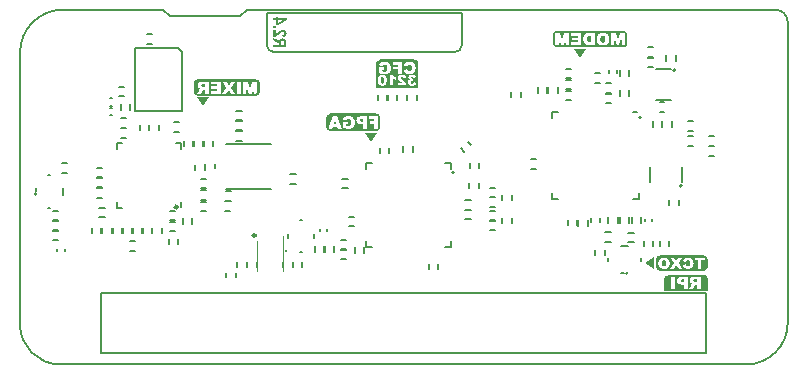
<source format=gbo>
G04*
G04 #@! TF.GenerationSoftware,Altium Limited,CircuitStudio,1.5.2 (30)*
G04*
G04 Layer_Color=52428*
%FSLAX25Y25*%
%MOIN*%
G70*
G01*
G75*
%ADD47C,0.00800*%
%ADD52C,0.00600*%
%ADD53C,0.00500*%
%ADD99C,0.00787*%
%ADD162C,0.00984*%
%ADD163C,0.00984*%
%ADD164C,0.00394*%
G36*
X1236576Y805581D02*
X1212776D01*
Y810381D01*
X1236576D01*
Y805581D01*
D02*
G37*
G36*
X1263276Y731081D02*
X1247076D01*
Y735481D01*
X1263276D01*
Y731081D01*
D02*
G37*
G36*
X1113976Y789381D02*
X1093176D01*
Y793881D01*
X1113976D01*
Y789381D01*
D02*
G37*
G36*
X1166876Y796170D02*
Y792381D01*
X1153876D01*
Y796170D01*
X1153776D01*
Y800481D01*
X1166876D01*
Y796170D01*
D02*
G37*
G36*
X1154176Y777781D02*
X1137176D01*
Y782581D01*
X1154176D01*
Y777781D01*
D02*
G37*
G36*
X1122432Y810961D02*
X1122588Y810929D01*
X1122730Y810884D01*
X1122853Y810832D01*
X1122957Y810773D01*
X1123003Y810747D01*
X1123035Y810728D01*
X1123061Y810709D01*
X1123080Y810696D01*
X1123093Y810689D01*
X1123100Y810683D01*
X1123164Y810624D01*
X1123223Y810566D01*
X1123268Y810501D01*
X1123314Y810430D01*
X1123352Y810359D01*
X1123378Y810287D01*
X1123424Y810151D01*
X1123450Y810022D01*
X1123456Y809970D01*
X1123463Y809918D01*
X1123469Y809879D01*
Y809853D01*
Y809834D01*
Y809827D01*
X1123463Y809737D01*
X1123456Y809646D01*
X1123417Y809484D01*
X1123372Y809341D01*
X1123314Y809225D01*
X1123255Y809127D01*
X1123223Y809095D01*
X1123203Y809063D01*
X1123184Y809037D01*
X1123164Y809017D01*
X1123158Y809011D01*
X1123151Y809004D01*
X1123087Y808946D01*
X1123022Y808901D01*
X1122866Y808816D01*
X1122704Y808752D01*
X1122549Y808706D01*
X1122471Y808687D01*
X1122400Y808667D01*
X1122335Y808661D01*
X1122283Y808648D01*
X1122238Y808641D01*
X1122205D01*
X1122180Y808635D01*
X1122173D01*
X1122082Y809322D01*
X1122205Y809335D01*
X1122309Y809354D01*
X1122400Y809380D01*
X1122478Y809412D01*
X1122549Y809451D01*
X1122601Y809490D01*
X1122646Y809536D01*
X1122685Y809581D01*
X1122711Y809626D01*
X1122730Y809665D01*
X1122756Y809743D01*
X1122763Y809769D01*
X1122769Y809795D01*
Y809808D01*
Y809814D01*
X1122763Y809886D01*
X1122743Y809957D01*
X1122724Y810015D01*
X1122698Y810061D01*
X1122666Y810099D01*
X1122646Y810125D01*
X1122627Y810145D01*
X1122620Y810151D01*
X1122562Y810197D01*
X1122491Y810229D01*
X1122419Y810248D01*
X1122348Y810268D01*
X1122283Y810274D01*
X1122231Y810281D01*
X1122186D01*
X1122089Y810274D01*
X1121992Y810255D01*
X1121901Y810229D01*
X1121823Y810203D01*
X1121752Y810177D01*
X1121700Y810151D01*
X1121668Y810132D01*
X1121655Y810125D01*
X1121616Y810099D01*
X1121570Y810067D01*
X1121467Y809989D01*
X1121357Y809898D01*
X1121240Y809801D01*
X1121130Y809711D01*
X1121078Y809672D01*
X1121039Y809633D01*
X1121007Y809607D01*
X1120981Y809581D01*
X1120961Y809568D01*
X1120955Y809562D01*
X1120838Y809458D01*
X1120722Y809367D01*
X1120618Y809276D01*
X1120521Y809199D01*
X1120423Y809127D01*
X1120339Y809069D01*
X1120261Y809011D01*
X1120190Y808965D01*
X1120125Y808920D01*
X1120074Y808881D01*
X1120022Y808855D01*
X1119983Y808829D01*
X1119950Y808810D01*
X1119931Y808803D01*
X1119918Y808790D01*
X1119911D01*
X1119763Y808726D01*
X1119613Y808674D01*
X1119471Y808628D01*
X1119348Y808603D01*
X1119238Y808583D01*
X1119192Y808570D01*
X1119153Y808564D01*
X1119121D01*
X1119095Y808557D01*
X1119076D01*
Y810974D01*
X1119853D01*
Y809601D01*
X1119937Y809646D01*
X1120009Y809691D01*
X1120035Y809711D01*
X1120061Y809730D01*
X1120074Y809737D01*
X1120080Y809743D01*
X1120138Y809788D01*
X1120210Y809847D01*
X1120287Y809918D01*
X1120372Y809989D01*
X1120449Y810054D01*
X1120514Y810112D01*
X1120540Y810132D01*
X1120560Y810151D01*
X1120566Y810158D01*
X1120572Y810164D01*
X1120715Y810287D01*
X1120845Y810391D01*
X1120955Y810482D01*
X1121052Y810553D01*
X1121123Y810605D01*
X1121182Y810644D01*
X1121214Y810663D01*
X1121227Y810670D01*
X1121324Y810721D01*
X1121415Y810773D01*
X1121499Y810812D01*
X1121577Y810845D01*
X1121642Y810864D01*
X1121687Y810884D01*
X1121719Y810896D01*
X1121732D01*
X1121830Y810922D01*
X1121920Y810942D01*
X1122011Y810955D01*
X1122089Y810968D01*
X1122160D01*
X1122212Y810974D01*
X1122348D01*
X1122432Y810961D01*
D02*
G37*
G36*
X1119925Y807967D02*
X1120015Y807922D01*
X1120106Y807877D01*
X1120184Y807831D01*
X1120255Y807792D01*
X1120320Y807754D01*
X1120378Y807721D01*
X1120475Y807663D01*
X1120547Y807618D01*
X1120598Y807579D01*
X1120631Y807559D01*
X1120637Y807553D01*
X1120708Y807494D01*
X1120780Y807430D01*
X1120845Y807365D01*
X1120897Y807306D01*
X1120942Y807255D01*
X1120974Y807209D01*
X1121000Y807183D01*
X1121007Y807170D01*
X1121045Y807332D01*
X1121097Y807469D01*
X1121162Y807592D01*
X1121233Y807689D01*
X1121292Y807767D01*
X1121344Y807825D01*
X1121383Y807857D01*
X1121389Y807870D01*
X1121395D01*
X1121525Y807955D01*
X1121661Y808019D01*
X1121797Y808065D01*
X1121927Y808091D01*
X1122043Y808110D01*
X1122095Y808117D01*
X1122141D01*
X1122173Y808123D01*
X1122225D01*
X1122374Y808117D01*
X1122503Y808097D01*
X1122627Y808071D01*
X1122730Y808045D01*
X1122808Y808013D01*
X1122873Y807987D01*
X1122912Y807967D01*
X1122925Y807961D01*
X1123028Y807896D01*
X1123113Y807825D01*
X1123184Y807760D01*
X1123236Y807695D01*
X1123281Y807637D01*
X1123314Y807592D01*
X1123326Y807559D01*
X1123333Y807546D01*
X1123352Y807494D01*
X1123372Y807436D01*
X1123404Y807306D01*
X1123424Y807170D01*
X1123443Y807034D01*
X1123450Y806911D01*
Y806853D01*
X1123456Y806808D01*
Y806769D01*
Y806736D01*
Y806717D01*
Y806710D01*
Y805181D01*
X1119076D01*
Y805907D01*
X1120903D01*
Y806049D01*
Y806140D01*
X1120897Y806211D01*
X1120890Y806276D01*
X1120877Y806328D01*
X1120871Y806367D01*
X1120858Y806393D01*
X1120851Y806406D01*
Y806412D01*
X1120832Y806458D01*
X1120799Y806497D01*
X1120741Y806561D01*
X1120715Y806587D01*
X1120689Y806607D01*
X1120676Y806620D01*
X1120670Y806626D01*
X1120644Y806646D01*
X1120605Y806672D01*
X1120566Y806704D01*
X1120521Y806730D01*
X1120411Y806795D01*
X1120300Y806859D01*
X1120197Y806918D01*
X1120151Y806944D01*
X1120112Y806970D01*
X1120080Y806989D01*
X1120054Y807002D01*
X1120035Y807015D01*
X1120028D01*
X1119076Y807533D01*
Y808408D01*
X1119925Y807967D01*
D02*
G37*
G36*
X1119918Y811583D02*
X1119076D01*
Y812270D01*
X1119918D01*
Y811583D01*
D02*
G37*
G36*
X1263276Y724381D02*
X1249976D01*
Y728881D01*
X1263276D01*
Y724381D01*
D02*
G37*
G36*
X1120696Y814849D02*
X1123469D01*
Y814266D01*
X1120689Y812711D01*
X1119957D01*
Y814182D01*
X1119076D01*
Y814849D01*
X1119957D01*
Y815296D01*
X1120696D01*
Y814849D01*
D02*
G37*
G36*
X1151776Y773581D02*
X1149776Y776581D01*
X1153776D01*
X1151776Y773581D01*
D02*
G37*
G36*
X1246076Y731181D02*
X1243076Y733181D01*
X1246076Y735181D01*
Y731181D01*
D02*
G37*
G36*
X1095476Y785481D02*
X1093476Y788481D01*
X1097476D01*
X1095476Y785481D01*
D02*
G37*
G36*
X1221376Y801481D02*
X1219376Y804481D01*
X1223376D01*
X1221376Y801481D01*
D02*
G37*
%LPC*%
G36*
X1255279Y735046D02*
X1254033D01*
X1253394Y733920D01*
X1252761Y735046D01*
X1251529D01*
X1252668Y733274D01*
X1251423Y731396D01*
X1252688D01*
X1253414Y732569D01*
X1254133Y731396D01*
X1255392D01*
X1254133Y733294D01*
X1255279Y735046D01*
D02*
G37*
G36*
X1257283Y735106D02*
X1257217D01*
X1257170Y735099D01*
X1257110D01*
X1257044Y735093D01*
X1256971Y735086D01*
X1256890Y735073D01*
X1256711Y735039D01*
X1256531Y734986D01*
X1256358Y734919D01*
X1256278Y734873D01*
X1256198Y734826D01*
X1256191D01*
X1256178Y734813D01*
X1256158Y734800D01*
X1256131Y734773D01*
X1256098Y734746D01*
X1256058Y734706D01*
X1256018Y734666D01*
X1255972Y734613D01*
X1255925Y734560D01*
X1255878Y734493D01*
X1255825Y734427D01*
X1255778Y734347D01*
X1255732Y734260D01*
X1255685Y734173D01*
X1255645Y734074D01*
X1255605Y733967D01*
X1256604Y733747D01*
Y733754D01*
X1256611Y733774D01*
X1256624Y733807D01*
X1256637Y733841D01*
X1256677Y733920D01*
X1256697Y733954D01*
X1256717Y733987D01*
X1256724Y733994D01*
X1256731Y734007D01*
X1256757Y734034D01*
X1256784Y734060D01*
X1256857Y734127D01*
X1256950Y734187D01*
X1256957Y734194D01*
X1256971Y734200D01*
X1257004Y734213D01*
X1257037Y734227D01*
X1257084Y734240D01*
X1257137Y734247D01*
X1257197Y734260D01*
X1257297D01*
X1257317Y734253D01*
X1257390Y734247D01*
X1257477Y734220D01*
X1257570Y734187D01*
X1257670Y734127D01*
X1257763Y734054D01*
X1257803Y734000D01*
X1257843Y733947D01*
X1257850Y733934D01*
X1257870Y733907D01*
X1257889Y733847D01*
X1257916Y733774D01*
X1257950Y733674D01*
X1257969Y733554D01*
X1257989Y733408D01*
X1257996Y733235D01*
Y733228D01*
Y733208D01*
Y733175D01*
Y733135D01*
X1257989Y733088D01*
Y733028D01*
X1257976Y732901D01*
X1257950Y732768D01*
X1257923Y732628D01*
X1257876Y732502D01*
X1257850Y732449D01*
X1257816Y732402D01*
X1257810Y732395D01*
X1257783Y732369D01*
X1257736Y732335D01*
X1257683Y732295D01*
X1257610Y732249D01*
X1257517Y732215D01*
X1257417Y732189D01*
X1257297Y732182D01*
X1257244D01*
X1257184Y732189D01*
X1257110Y732202D01*
X1257030Y732229D01*
X1256950Y732256D01*
X1256871Y732302D01*
X1256804Y732362D01*
X1256797Y732369D01*
X1256777Y732395D01*
X1256744Y732435D01*
X1256711Y732495D01*
X1256671Y732569D01*
X1256631Y732662D01*
X1256591Y732768D01*
X1256557Y732895D01*
X1255572Y732588D01*
Y732582D01*
X1255579Y732569D01*
X1255585Y732549D01*
X1255592Y732522D01*
X1255612Y732442D01*
X1255652Y732349D01*
X1255692Y732235D01*
X1255752Y732122D01*
X1255812Y732009D01*
X1255892Y731896D01*
X1255898Y731882D01*
X1255931Y731849D01*
X1255978Y731803D01*
X1256038Y731736D01*
X1256118Y731669D01*
X1256205Y731603D01*
X1256311Y731536D01*
X1256424Y731476D01*
X1256431D01*
X1256438Y731470D01*
X1256458Y731463D01*
X1256478Y731456D01*
X1256551Y731430D01*
X1256644Y731410D01*
X1256757Y731383D01*
X1256897Y731356D01*
X1257057Y731343D01*
X1257230Y731336D01*
X1257330D01*
X1257383Y731343D01*
X1257437D01*
X1257503Y731350D01*
X1257576Y731356D01*
X1257730Y731376D01*
X1257896Y731410D01*
X1258056Y731450D01*
X1258209Y731503D01*
X1258216D01*
X1258222Y731509D01*
X1258243Y731523D01*
X1258269Y731536D01*
X1258342Y731583D01*
X1258429Y731643D01*
X1258529Y731729D01*
X1258642Y731829D01*
X1258749Y731956D01*
X1258855Y732109D01*
Y732116D01*
X1258869Y732129D01*
X1258882Y732156D01*
X1258895Y732189D01*
X1258915Y732229D01*
X1258942Y732282D01*
X1258969Y732342D01*
X1258988Y732415D01*
X1259015Y732489D01*
X1259042Y732575D01*
X1259062Y732668D01*
X1259088Y732768D01*
X1259102Y732875D01*
X1259115Y732988D01*
X1259128Y733228D01*
Y733241D01*
Y733268D01*
X1259122Y733314D01*
Y733374D01*
X1259115Y733454D01*
X1259102Y733541D01*
X1259088Y733634D01*
X1259068Y733741D01*
X1259042Y733854D01*
X1259008Y733967D01*
X1258975Y734080D01*
X1258928Y734200D01*
X1258869Y734313D01*
X1258809Y734420D01*
X1258735Y734526D01*
X1258649Y734620D01*
X1258642Y734626D01*
X1258629Y734640D01*
X1258595Y734666D01*
X1258562Y734693D01*
X1258509Y734733D01*
X1258449Y734773D01*
X1258382Y734820D01*
X1258296Y734866D01*
X1258209Y734906D01*
X1258103Y734953D01*
X1257989Y734993D01*
X1257870Y735033D01*
X1257736Y735059D01*
X1257596Y735086D01*
X1257443Y735099D01*
X1257283Y735106D01*
D02*
G37*
G36*
X1262938Y735046D02*
X1259508D01*
Y734147D01*
X1260660D01*
Y731396D01*
X1261786D01*
Y734147D01*
X1262938D01*
Y735046D01*
D02*
G37*
G36*
X1161920Y800292D02*
X1158820D01*
Y799419D01*
X1160662D01*
Y798716D01*
X1159086D01*
Y797894D01*
X1160662D01*
Y796237D01*
X1161920D01*
Y800292D01*
D02*
G37*
G36*
X1226145Y809942D02*
X1224198D01*
X1224146Y809935D01*
X1224095D01*
X1223969Y809920D01*
X1223821Y809905D01*
X1223673Y809875D01*
X1223525Y809838D01*
X1223392Y809787D01*
X1223384D01*
X1223377Y809779D01*
X1223333Y809757D01*
X1223273Y809727D01*
X1223192Y809676D01*
X1223103Y809616D01*
X1223007Y809542D01*
X1222918Y809454D01*
X1222829Y809357D01*
X1222822Y809343D01*
X1222792Y809306D01*
X1222755Y809254D01*
X1222703Y809173D01*
X1222652Y809076D01*
X1222600Y808965D01*
X1222556Y808840D01*
X1222511Y808706D01*
Y808699D01*
X1222504Y808692D01*
Y808669D01*
X1222496Y808640D01*
X1222482Y808566D01*
X1222459Y808469D01*
X1222437Y808351D01*
X1222422Y808218D01*
X1222415Y808077D01*
X1222408Y807922D01*
Y807915D01*
Y807892D01*
Y807863D01*
Y807818D01*
X1222415Y807759D01*
Y807700D01*
X1222430Y807552D01*
X1222445Y807397D01*
X1222474Y807226D01*
X1222511Y807063D01*
X1222563Y806915D01*
Y806908D01*
X1222570Y806901D01*
X1222593Y806856D01*
X1222622Y806790D01*
X1222666Y806708D01*
X1222726Y806612D01*
X1222800Y806516D01*
X1222881Y806412D01*
X1222977Y806316D01*
X1222992Y806309D01*
X1223022Y806279D01*
X1223073Y806235D01*
X1223140Y806183D01*
X1223229Y806131D01*
X1223318Y806079D01*
X1223421Y806028D01*
X1223532Y805991D01*
X1223540D01*
X1223547Y805983D01*
X1223569D01*
X1223599Y805976D01*
X1223680Y805961D01*
X1223784Y805939D01*
X1223895Y805917D01*
X1224028Y805902D01*
X1224154Y805894D01*
X1224287Y805887D01*
X1226145D01*
Y809942D01*
D02*
G37*
G36*
X1221749D02*
X1218389D01*
Y809076D01*
X1220491D01*
Y808432D01*
X1218545D01*
Y807604D01*
X1220491D01*
Y806804D01*
X1218330D01*
Y805887D01*
X1221749D01*
Y809942D01*
D02*
G37*
G36*
X1228942Y810009D02*
X1228846D01*
X1228779Y810001D01*
X1228690Y809994D01*
X1228594Y809979D01*
X1228483Y809964D01*
X1228372Y809942D01*
X1228246Y809912D01*
X1228120Y809875D01*
X1227987Y809831D01*
X1227861Y809779D01*
X1227736Y809713D01*
X1227610Y809639D01*
X1227499Y809557D01*
X1227388Y809461D01*
X1227380Y809454D01*
X1227365Y809439D01*
X1227336Y809402D01*
X1227299Y809365D01*
X1227262Y809306D01*
X1227210Y809239D01*
X1227158Y809158D01*
X1227106Y809069D01*
X1227055Y808965D01*
X1227010Y808854D01*
X1226958Y808729D01*
X1226921Y808595D01*
X1226884Y808447D01*
X1226855Y808292D01*
X1226840Y808122D01*
X1226833Y807944D01*
Y807937D01*
Y807915D01*
Y807878D01*
Y807826D01*
X1226840Y807767D01*
X1226847Y807693D01*
X1226855Y807619D01*
X1226862Y807530D01*
X1226892Y807345D01*
X1226936Y807152D01*
X1226995Y806960D01*
X1227077Y806775D01*
Y806767D01*
X1227084Y806753D01*
X1227099Y806730D01*
X1227121Y806701D01*
X1227173Y806619D01*
X1227254Y806516D01*
X1227351Y806405D01*
X1227469Y806287D01*
X1227602Y806176D01*
X1227765Y806072D01*
X1227773D01*
X1227787Y806065D01*
X1227810Y806050D01*
X1227847Y806035D01*
X1227891Y806013D01*
X1227943Y805991D01*
X1228002Y805968D01*
X1228076Y805946D01*
X1228157Y805924D01*
X1228239Y805902D01*
X1228431Y805857D01*
X1228653Y805828D01*
X1228897Y805820D01*
X1229008D01*
X1229068Y805828D01*
X1229134Y805835D01*
X1229208D01*
X1229297Y805850D01*
X1229475Y805872D01*
X1229659Y805909D01*
X1229852Y805961D01*
X1230029Y806035D01*
X1230037D01*
X1230052Y806042D01*
X1230074Y806057D01*
X1230103Y806079D01*
X1230185Y806131D01*
X1230289Y806205D01*
X1230407Y806294D01*
X1230525Y806420D01*
X1230651Y806560D01*
X1230762Y806723D01*
Y806730D01*
X1230777Y806745D01*
X1230784Y806775D01*
X1230807Y806812D01*
X1230829Y806856D01*
X1230851Y806908D01*
X1230873Y806975D01*
X1230895Y807049D01*
X1230925Y807130D01*
X1230947Y807219D01*
X1230969Y807315D01*
X1230991Y807426D01*
X1231021Y807656D01*
X1231036Y807907D01*
Y807922D01*
Y807952D01*
X1231028Y808003D01*
Y808070D01*
X1231021Y808151D01*
X1231006Y808247D01*
X1230991Y808358D01*
X1230969Y808469D01*
X1230940Y808595D01*
X1230903Y808721D01*
X1230858Y808847D01*
X1230807Y808980D01*
X1230740Y809106D01*
X1230666Y809232D01*
X1230585Y809343D01*
X1230488Y809454D01*
X1230481Y809461D01*
X1230459Y809476D01*
X1230429Y809505D01*
X1230385Y809542D01*
X1230326Y809579D01*
X1230259Y809631D01*
X1230177Y809683D01*
X1230089Y809735D01*
X1229985Y809787D01*
X1229867Y809831D01*
X1229741Y809883D01*
X1229600Y809920D01*
X1229452Y809957D01*
X1229290Y809986D01*
X1229119Y810001D01*
X1228942Y810009D01*
D02*
G37*
G36*
X1249312Y735106D02*
X1249225D01*
X1249165Y735099D01*
X1249085Y735093D01*
X1248998Y735079D01*
X1248899Y735066D01*
X1248799Y735046D01*
X1248685Y735019D01*
X1248572Y734986D01*
X1248452Y734946D01*
X1248339Y734900D01*
X1248226Y734839D01*
X1248113Y734773D01*
X1248013Y734700D01*
X1247913Y734613D01*
X1247906Y734606D01*
X1247893Y734593D01*
X1247866Y734560D01*
X1247833Y734526D01*
X1247800Y734473D01*
X1247753Y734413D01*
X1247706Y734340D01*
X1247660Y734260D01*
X1247613Y734167D01*
X1247573Y734067D01*
X1247527Y733954D01*
X1247493Y733834D01*
X1247460Y733701D01*
X1247433Y733561D01*
X1247420Y733408D01*
X1247413Y733248D01*
Y733241D01*
Y733221D01*
Y733188D01*
Y733141D01*
X1247420Y733088D01*
X1247427Y733021D01*
X1247433Y732955D01*
X1247440Y732875D01*
X1247467Y732708D01*
X1247507Y732535D01*
X1247560Y732362D01*
X1247633Y732196D01*
Y732189D01*
X1247640Y732175D01*
X1247653Y732156D01*
X1247673Y732129D01*
X1247720Y732056D01*
X1247793Y731962D01*
X1247880Y731862D01*
X1247986Y731756D01*
X1248106Y731656D01*
X1248252Y731563D01*
X1248259D01*
X1248273Y731556D01*
X1248293Y731543D01*
X1248326Y731530D01*
X1248366Y731509D01*
X1248412Y731490D01*
X1248466Y731470D01*
X1248532Y731450D01*
X1248606Y731430D01*
X1248679Y731410D01*
X1248852Y731370D01*
X1249052Y731343D01*
X1249271Y731336D01*
X1249371D01*
X1249425Y731343D01*
X1249485Y731350D01*
X1249551D01*
X1249631Y731363D01*
X1249791Y731383D01*
X1249957Y731416D01*
X1250131Y731463D01*
X1250290Y731530D01*
X1250297D01*
X1250311Y731536D01*
X1250330Y731550D01*
X1250357Y731569D01*
X1250430Y731616D01*
X1250524Y731683D01*
X1250630Y731763D01*
X1250737Y731876D01*
X1250850Y732002D01*
X1250950Y732149D01*
Y732156D01*
X1250963Y732169D01*
X1250970Y732196D01*
X1250990Y732229D01*
X1251010Y732269D01*
X1251030Y732315D01*
X1251050Y732375D01*
X1251070Y732442D01*
X1251096Y732515D01*
X1251116Y732595D01*
X1251136Y732682D01*
X1251156Y732782D01*
X1251183Y732988D01*
X1251196Y733215D01*
Y733228D01*
Y733254D01*
X1251190Y733301D01*
Y733361D01*
X1251183Y733434D01*
X1251170Y733521D01*
X1251156Y733621D01*
X1251136Y733721D01*
X1251110Y733834D01*
X1251076Y733947D01*
X1251036Y734060D01*
X1250990Y734180D01*
X1250930Y734293D01*
X1250863Y734407D01*
X1250790Y734507D01*
X1250703Y734606D01*
X1250697Y734613D01*
X1250677Y734626D01*
X1250650Y734653D01*
X1250610Y734686D01*
X1250557Y734720D01*
X1250497Y734766D01*
X1250424Y734813D01*
X1250344Y734860D01*
X1250251Y734906D01*
X1250144Y734946D01*
X1250031Y734993D01*
X1249904Y735026D01*
X1249771Y735059D01*
X1249625Y735086D01*
X1249471Y735099D01*
X1249312Y735106D01*
D02*
G37*
G36*
X1164436Y800359D02*
X1164362D01*
X1164310Y800351D01*
X1164244D01*
X1164170Y800344D01*
X1164089Y800336D01*
X1164000Y800322D01*
X1163800Y800285D01*
X1163600Y800226D01*
X1163408Y800152D01*
X1163319Y800100D01*
X1163230Y800048D01*
X1163223D01*
X1163208Y800033D01*
X1163186Y800018D01*
X1163156Y799989D01*
X1163119Y799959D01*
X1163075Y799915D01*
X1163030Y799870D01*
X1162978Y799811D01*
X1162927Y799752D01*
X1162875Y799678D01*
X1162816Y799604D01*
X1162764Y799515D01*
X1162712Y799419D01*
X1162660Y799323D01*
X1162616Y799212D01*
X1162572Y799093D01*
X1163682Y798849D01*
Y798856D01*
X1163689Y798879D01*
X1163704Y798916D01*
X1163719Y798953D01*
X1163763Y799042D01*
X1163785Y799079D01*
X1163807Y799116D01*
X1163815Y799123D01*
X1163822Y799138D01*
X1163852Y799167D01*
X1163881Y799197D01*
X1163963Y799271D01*
X1164066Y799337D01*
X1164074Y799345D01*
X1164089Y799352D01*
X1164126Y799367D01*
X1164163Y799382D01*
X1164214Y799397D01*
X1164273Y799404D01*
X1164340Y799419D01*
X1164451D01*
X1164473Y799411D01*
X1164555Y799404D01*
X1164651Y799374D01*
X1164754Y799337D01*
X1164865Y799271D01*
X1164969Y799190D01*
X1165014Y799130D01*
X1165058Y799071D01*
X1165065Y799056D01*
X1165088Y799027D01*
X1165110Y798960D01*
X1165139Y798879D01*
X1165176Y798768D01*
X1165199Y798634D01*
X1165221Y798472D01*
X1165228Y798279D01*
Y798272D01*
Y798250D01*
Y798213D01*
Y798168D01*
X1165221Y798116D01*
Y798050D01*
X1165206Y797909D01*
X1165176Y797761D01*
X1165147Y797606D01*
X1165095Y797465D01*
X1165065Y797406D01*
X1165028Y797354D01*
X1165021Y797347D01*
X1164991Y797317D01*
X1164939Y797280D01*
X1164880Y797236D01*
X1164799Y797184D01*
X1164695Y797147D01*
X1164584Y797118D01*
X1164451Y797110D01*
X1164392D01*
X1164325Y797118D01*
X1164244Y797132D01*
X1164155Y797162D01*
X1164066Y797191D01*
X1163978Y797243D01*
X1163904Y797310D01*
X1163896Y797317D01*
X1163874Y797347D01*
X1163837Y797391D01*
X1163800Y797458D01*
X1163756Y797539D01*
X1163711Y797643D01*
X1163667Y797761D01*
X1163630Y797902D01*
X1162535Y797562D01*
Y797554D01*
X1162542Y797539D01*
X1162549Y797517D01*
X1162557Y797487D01*
X1162579Y797399D01*
X1162623Y797295D01*
X1162668Y797169D01*
X1162734Y797044D01*
X1162801Y796918D01*
X1162890Y796792D01*
X1162897Y796777D01*
X1162934Y796740D01*
X1162986Y796688D01*
X1163052Y796614D01*
X1163141Y796540D01*
X1163237Y796466D01*
X1163356Y796392D01*
X1163482Y796326D01*
X1163489D01*
X1163496Y796318D01*
X1163519Y796311D01*
X1163541Y796304D01*
X1163622Y796274D01*
X1163726Y796252D01*
X1163852Y796222D01*
X1164007Y796193D01*
X1164144Y796181D01*
X1164641D01*
X1164680Y796185D01*
X1164762Y796193D01*
X1164932Y796215D01*
X1165117Y796252D01*
X1165295Y796296D01*
X1165465Y796355D01*
X1165472D01*
X1165480Y796363D01*
X1165502Y796378D01*
X1165532Y796392D01*
X1165613Y796444D01*
X1165709Y796511D01*
X1165820Y796607D01*
X1165946Y796718D01*
X1166064Y796859D01*
X1166183Y797029D01*
Y797036D01*
X1166197Y797051D01*
X1166212Y797081D01*
X1166227Y797118D01*
X1166249Y797162D01*
X1166279Y797221D01*
X1166308Y797288D01*
X1166331Y797369D01*
X1166360Y797450D01*
X1166390Y797547D01*
X1166412Y797650D01*
X1166442Y797761D01*
X1166457Y797880D01*
X1166471Y798005D01*
X1166486Y798272D01*
Y798287D01*
Y798316D01*
X1166479Y798368D01*
Y798435D01*
X1166471Y798524D01*
X1166457Y798620D01*
X1166442Y798723D01*
X1166420Y798842D01*
X1166390Y798968D01*
X1166353Y799093D01*
X1166316Y799219D01*
X1166264Y799352D01*
X1166197Y799478D01*
X1166131Y799597D01*
X1166049Y799715D01*
X1165953Y799819D01*
X1165946Y799826D01*
X1165931Y799841D01*
X1165894Y799870D01*
X1165857Y799900D01*
X1165798Y799944D01*
X1165731Y799989D01*
X1165657Y800041D01*
X1165561Y800092D01*
X1165465Y800137D01*
X1165347Y800189D01*
X1165221Y800233D01*
X1165088Y800277D01*
X1164939Y800307D01*
X1164784Y800336D01*
X1164614Y800351D01*
X1164436Y800359D01*
D02*
G37*
G36*
X1122186Y814182D02*
X1120696D01*
Y813352D01*
X1122186Y814182D01*
D02*
G37*
G36*
X1122199Y807371D02*
X1122167D01*
X1122089Y807365D01*
X1122024Y807358D01*
X1121959Y807345D01*
X1121914Y807332D01*
X1121869Y807313D01*
X1121842Y807300D01*
X1121823Y807294D01*
X1121817Y807287D01*
X1121771Y807255D01*
X1121732Y807216D01*
X1121706Y807183D01*
X1121681Y807145D01*
X1121661Y807112D01*
X1121648Y807093D01*
X1121642Y807073D01*
Y807067D01*
X1121635Y807034D01*
X1121629Y807002D01*
X1121622Y806911D01*
X1121609Y806808D01*
Y806704D01*
X1121603Y806600D01*
Y806555D01*
Y806516D01*
Y806484D01*
Y806458D01*
Y806445D01*
Y806438D01*
Y805907D01*
X1122717D01*
Y806471D01*
Y806555D01*
Y806633D01*
X1122711Y806704D01*
Y806769D01*
Y806820D01*
X1122704Y806872D01*
Y806911D01*
X1122698Y806950D01*
X1122691Y807002D01*
X1122685Y807034D01*
X1122678Y807054D01*
Y807060D01*
X1122659Y807112D01*
X1122633Y807158D01*
X1122601Y807196D01*
X1122575Y807229D01*
X1122549Y807255D01*
X1122523Y807274D01*
X1122510Y807281D01*
X1122503Y807287D01*
X1122452Y807313D01*
X1122400Y807339D01*
X1122290Y807358D01*
X1122238Y807365D01*
X1122199Y807371D01*
D02*
G37*
G36*
X1252985Y728659D02*
X1251727D01*
Y724604D01*
X1252985D01*
Y728659D01*
D02*
G37*
G36*
X1156111Y800359D02*
X1155941D01*
X1155882Y800351D01*
X1155734Y800344D01*
X1155571Y800329D01*
X1155401Y800307D01*
X1155245Y800277D01*
X1155171Y800255D01*
X1155105Y800233D01*
X1155097D01*
X1155090Y800226D01*
X1155046Y800211D01*
X1154986Y800181D01*
X1154912Y800144D01*
X1154824Y800092D01*
X1154727Y800026D01*
X1154639Y799944D01*
X1154550Y799856D01*
X1154543Y799841D01*
X1154513Y799811D01*
X1154476Y799752D01*
X1154424Y799678D01*
X1154372Y799589D01*
X1154313Y799478D01*
X1154261Y799352D01*
X1154217Y799212D01*
X1155423Y798997D01*
Y799005D01*
X1155438Y799034D01*
X1155460Y799079D01*
X1155482Y799130D01*
X1155519Y799182D01*
X1155564Y799241D01*
X1155623Y799293D01*
X1155682Y799345D01*
X1155690Y799352D01*
X1155712Y799367D01*
X1155756Y799382D01*
X1155808Y799411D01*
X1155875Y799434D01*
X1155949Y799448D01*
X1156037Y799463D01*
X1156141Y799471D01*
X1156178D01*
X1156207Y799463D01*
X1156281Y799456D01*
X1156378Y799434D01*
X1156481Y799404D01*
X1156592Y799352D01*
X1156703Y799278D01*
X1156800Y799182D01*
X1156807Y799167D01*
X1156837Y799130D01*
X1156874Y799056D01*
X1156918Y798960D01*
X1156970Y798834D01*
X1156985Y798760D01*
X1157007Y798679D01*
X1157022Y798590D01*
X1157036Y798494D01*
X1157044Y798390D01*
Y798279D01*
Y798272D01*
Y798250D01*
Y798220D01*
X1157036Y798176D01*
Y798116D01*
X1157029Y798057D01*
X1157014Y797917D01*
X1156985Y797761D01*
X1156940Y797606D01*
X1156881Y797458D01*
X1156844Y797399D01*
X1156800Y797339D01*
X1156785Y797325D01*
X1156755Y797295D01*
X1156696Y797251D01*
X1156614Y797199D01*
X1156518Y797147D01*
X1156400Y797103D01*
X1156259Y797073D01*
X1156104Y797058D01*
X1156030D01*
X1155978Y797066D01*
X1155912Y797073D01*
X1155845Y797081D01*
X1155704Y797118D01*
X1155697D01*
X1155667Y797132D01*
X1155630Y797147D01*
X1155579Y797169D01*
X1155512Y797191D01*
X1155438Y797228D01*
X1155349Y797273D01*
X1155260Y797325D01*
Y797710D01*
X1156104D01*
Y798553D01*
X1154165D01*
Y796821D01*
X1154173Y796814D01*
X1154187Y796807D01*
X1154217Y796784D01*
X1154261Y796762D01*
X1154306Y796733D01*
X1154365Y796696D01*
X1154498Y796614D01*
X1154653Y796533D01*
X1154824Y796444D01*
X1154994Y796363D01*
X1155157Y796304D01*
X1155164D01*
X1155179Y796296D01*
X1155201Y796289D01*
X1155231Y796281D01*
X1155275Y796274D01*
X1155319Y796259D01*
X1155379Y796252D01*
X1155438Y796237D01*
X1155586Y796215D01*
X1155764Y796193D01*
X1155912Y796181D01*
X1156386D01*
X1156422Y796185D01*
X1156503Y796193D01*
X1156592Y796200D01*
X1156777Y796230D01*
X1156977Y796274D01*
X1157170Y796333D01*
X1157355Y796415D01*
X1157362D01*
X1157377Y796429D01*
X1157399Y796444D01*
X1157428Y796459D01*
X1157510Y796518D01*
X1157613Y796599D01*
X1157724Y796696D01*
X1157843Y796821D01*
X1157954Y796970D01*
X1158057Y797140D01*
Y797147D01*
X1158065Y797162D01*
X1158080Y797191D01*
X1158095Y797228D01*
X1158117Y797273D01*
X1158132Y797325D01*
X1158154Y797391D01*
X1158176Y797465D01*
X1158206Y797539D01*
X1158228Y797628D01*
X1158265Y797821D01*
X1158294Y798035D01*
X1158302Y798265D01*
Y798272D01*
Y798294D01*
Y798331D01*
X1158294Y798376D01*
Y798435D01*
X1158287Y798501D01*
X1158280Y798575D01*
X1158265Y798657D01*
X1158235Y798834D01*
X1158183Y799027D01*
X1158117Y799219D01*
X1158028Y799411D01*
Y799419D01*
X1158013Y799434D01*
X1157998Y799456D01*
X1157976Y799493D01*
X1157917Y799582D01*
X1157828Y799693D01*
X1157710Y799811D01*
X1157576Y799937D01*
X1157414Y800055D01*
X1157229Y800159D01*
X1157221D01*
X1157207Y800166D01*
X1157184Y800181D01*
X1157155Y800189D01*
X1157110Y800203D01*
X1157059Y800226D01*
X1156999Y800240D01*
X1156933Y800263D01*
X1156859Y800277D01*
X1156770Y800292D01*
X1156681Y800314D01*
X1156585Y800329D01*
X1156474Y800344D01*
X1156363Y800351D01*
X1156111Y800359D01*
D02*
G37*
G36*
X1261524Y728659D02*
X1259290D01*
X1259238Y728651D01*
X1259105Y728644D01*
X1258964Y728637D01*
X1258816Y728614D01*
X1258675Y728592D01*
X1258550Y728555D01*
X1258535Y728548D01*
X1258498Y728533D01*
X1258439Y728511D01*
X1258372Y728474D01*
X1258291Y728422D01*
X1258209Y728355D01*
X1258128Y728281D01*
X1258054Y728185D01*
X1258046Y728170D01*
X1258024Y728141D01*
X1257995Y728082D01*
X1257958Y728000D01*
X1257921Y727904D01*
X1257891Y727793D01*
X1257869Y727667D01*
X1257861Y727527D01*
Y727512D01*
Y727467D01*
X1257869Y727408D01*
X1257876Y727327D01*
X1257898Y727238D01*
X1257921Y727142D01*
X1257958Y727038D01*
X1258009Y726942D01*
X1258017Y726934D01*
X1258032Y726905D01*
X1258069Y726861D01*
X1258113Y726801D01*
X1258172Y726742D01*
X1258239Y726676D01*
X1258320Y726609D01*
X1258409Y726550D01*
X1258416Y726542D01*
X1258439Y726535D01*
X1258476Y726513D01*
X1258520Y726490D01*
X1258587Y726468D01*
X1258661Y726439D01*
X1258749Y726416D01*
X1258846Y726387D01*
X1258838D01*
X1258809Y726372D01*
X1258772Y726357D01*
X1258720Y726342D01*
X1258616Y726291D01*
X1258564Y726268D01*
X1258520Y726239D01*
X1258505Y726231D01*
X1258490Y726217D01*
X1258468Y726194D01*
X1258439Y726165D01*
X1258409Y726128D01*
X1258365Y726084D01*
X1258320Y726024D01*
X1258313Y726017D01*
X1258298Y725995D01*
X1258276Y725965D01*
X1258246Y725936D01*
X1258187Y725847D01*
X1258165Y725810D01*
X1258143Y725773D01*
X1257528Y724604D01*
X1258949D01*
X1259623Y725839D01*
X1259630Y725847D01*
X1259645Y725876D01*
X1259667Y725921D01*
X1259697Y725965D01*
X1259771Y726069D01*
X1259815Y726113D01*
X1259852Y726150D01*
X1259859Y726158D01*
X1259874Y726165D01*
X1259904Y726180D01*
X1259941Y726202D01*
X1259985Y726217D01*
X1260037Y726231D01*
X1260096Y726239D01*
X1260163Y726246D01*
X1260266D01*
Y724604D01*
X1261524D01*
Y728659D01*
D02*
G37*
G36*
X1257136D02*
X1254990D01*
X1254946Y728651D01*
X1254887D01*
X1254820Y728644D01*
X1254672Y728622D01*
X1254509Y728577D01*
X1254339Y728518D01*
X1254176Y728444D01*
X1254102Y728392D01*
X1254036Y728333D01*
X1254028D01*
X1254021Y728318D01*
X1254006Y728296D01*
X1253984Y728274D01*
X1253925Y728200D01*
X1253865Y728096D01*
X1253806Y727963D01*
X1253747Y727808D01*
X1253710Y727623D01*
X1253695Y727527D01*
Y727416D01*
Y727408D01*
Y727386D01*
Y727356D01*
X1253703Y727312D01*
Y727260D01*
X1253717Y727201D01*
X1253740Y727068D01*
X1253784Y726912D01*
X1253851Y726750D01*
X1253895Y726668D01*
X1253939Y726594D01*
X1253999Y726520D01*
X1254065Y726453D01*
X1254073D01*
X1254080Y726439D01*
X1254102Y726424D01*
X1254132Y726402D01*
X1254176Y726372D01*
X1254221Y726342D01*
X1254280Y726313D01*
X1254346Y726283D01*
X1254420Y726254D01*
X1254502Y726224D01*
X1254598Y726194D01*
X1254702Y726165D01*
X1254813Y726143D01*
X1254931Y726128D01*
X1255057Y726121D01*
X1255197Y726113D01*
X1255878D01*
Y724604D01*
X1257136D01*
Y728659D01*
D02*
G37*
G36*
X1162041Y796057D02*
X1161957D01*
X1161911Y796050D01*
X1161860D01*
X1161743Y796044D01*
X1161613Y796024D01*
X1161477Y796005D01*
X1161348Y795972D01*
X1161231Y795933D01*
X1161224D01*
X1161218Y795927D01*
X1161186Y795914D01*
X1161127Y795882D01*
X1161063Y795843D01*
X1160991Y795791D01*
X1160913Y795733D01*
X1160836Y795655D01*
X1160771Y795571D01*
X1160764Y795558D01*
X1160745Y795525D01*
X1160719Y795480D01*
X1160687Y795409D01*
X1160654Y795331D01*
X1160628Y795234D01*
X1160609Y795130D01*
X1160602Y795020D01*
Y795013D01*
Y795007D01*
Y794987D01*
Y794968D01*
X1160615Y794903D01*
X1160628Y794819D01*
X1160648Y794728D01*
X1160687Y794618D01*
X1160732Y794508D01*
X1160797Y794398D01*
X1160803Y794385D01*
X1160836Y794346D01*
X1160881Y794288D01*
X1160952Y794210D01*
X1161049Y794113D01*
X1161108Y794061D01*
X1161166Y794002D01*
X1161237Y793944D01*
X1161315Y793879D01*
X1161399Y793815D01*
X1161490Y793750D01*
X1161503Y793743D01*
X1161535Y793717D01*
X1161587Y793678D01*
X1161652Y793633D01*
X1161717Y793588D01*
X1161788Y793542D01*
X1161847Y793497D01*
X1161892Y793458D01*
X1161898Y793452D01*
X1161911Y793445D01*
X1161931Y793426D01*
X1161957Y793406D01*
X1162028Y793335D01*
X1162125Y793251D01*
X1160577D01*
Y792447D01*
X1163544D01*
Y792454D01*
Y792467D01*
X1163538Y792493D01*
X1163531Y792519D01*
X1163525Y792557D01*
X1163518Y792603D01*
X1163486Y792713D01*
X1163447Y792836D01*
X1163395Y792972D01*
X1163324Y793121D01*
X1163240Y793264D01*
X1163233Y793270D01*
X1163227Y793283D01*
X1163214Y793303D01*
X1163188Y793335D01*
X1163155Y793367D01*
X1163123Y793413D01*
X1163071Y793465D01*
X1163019Y793523D01*
X1162961Y793588D01*
X1162890Y793659D01*
X1162812Y793730D01*
X1162721Y793815D01*
X1162624Y793899D01*
X1162514Y793990D01*
X1162397Y794080D01*
X1162268Y794177D01*
X1162261Y794184D01*
X1162248Y794190D01*
X1162229Y794210D01*
X1162197Y794229D01*
X1162125Y794288D01*
X1162035Y794359D01*
X1161944Y794443D01*
X1161847Y794521D01*
X1161769Y794599D01*
X1161736Y794637D01*
X1161710Y794670D01*
X1161704Y794676D01*
X1161691Y794696D01*
X1161672Y794728D01*
X1161646Y794774D01*
X1161626Y794819D01*
X1161607Y794877D01*
X1161594Y794929D01*
X1161587Y794987D01*
Y794994D01*
Y795013D01*
X1161594Y795046D01*
X1161600Y795085D01*
X1161620Y795130D01*
X1161639Y795175D01*
X1161672Y795221D01*
X1161710Y795266D01*
X1161717Y795272D01*
X1161730Y795286D01*
X1161756Y795305D01*
X1161795Y795324D01*
X1161840Y795344D01*
X1161892Y795363D01*
X1161950Y795376D01*
X1162015Y795383D01*
X1162047D01*
X1162080Y795376D01*
X1162125Y795370D01*
X1162171Y795350D01*
X1162222Y795331D01*
X1162274Y795298D01*
X1162326Y795260D01*
X1162333Y795253D01*
X1162346Y795240D01*
X1162365Y795208D01*
X1162391Y795162D01*
X1162417Y795104D01*
X1162443Y795033D01*
X1162462Y794948D01*
X1162482Y794845D01*
X1163473Y794923D01*
Y794929D01*
Y794942D01*
X1163466Y794962D01*
X1163460Y794994D01*
X1163447Y795065D01*
X1163428Y795162D01*
X1163395Y795266D01*
X1163363Y795370D01*
X1163317Y795473D01*
X1163266Y795571D01*
X1163259Y795584D01*
X1163240Y795610D01*
X1163201Y795648D01*
X1163149Y795700D01*
X1163091Y795758D01*
X1163013Y795817D01*
X1162929Y795875D01*
X1162825Y795927D01*
X1162819D01*
X1162812Y795933D01*
X1162773Y795947D01*
X1162708Y795966D01*
X1162618Y795992D01*
X1162508Y796018D01*
X1162371Y796037D01*
X1162216Y796050D01*
X1162041Y796057D01*
D02*
G37*
G36*
X1140277Y782142D02*
X1138901D01*
X1137376Y778087D01*
X1138694D01*
X1138894Y778753D01*
X1140314D01*
X1140514Y778087D01*
X1141794D01*
X1140277Y782142D01*
D02*
G37*
G36*
X1113617Y793659D02*
X1111967D01*
X1111338Y791187D01*
X1110702Y793659D01*
X1109052D01*
Y789604D01*
X1110080D01*
Y792697D01*
X1110872Y789604D01*
X1111804D01*
X1112589Y792697D01*
Y789604D01*
X1113617D01*
Y793659D01*
D02*
G37*
G36*
X1106328D02*
X1104945D01*
X1104234Y792408D01*
X1103531Y793659D01*
X1102162D01*
X1103428Y791690D01*
X1102044Y789604D01*
X1103450D01*
X1104256Y790906D01*
X1105056Y789604D01*
X1106454D01*
X1105056Y791713D01*
X1106328Y793659D01*
D02*
G37*
G36*
X1150208Y782142D02*
X1148062D01*
X1148018Y782135D01*
X1147958D01*
X1147892Y782127D01*
X1147744Y782105D01*
X1147581Y782061D01*
X1147411Y782001D01*
X1147248Y781927D01*
X1147174Y781876D01*
X1147108Y781816D01*
X1147100D01*
X1147093Y781802D01*
X1147078Y781779D01*
X1147056Y781757D01*
X1146996Y781683D01*
X1146937Y781580D01*
X1146878Y781447D01*
X1146819Y781291D01*
X1146782Y781106D01*
X1146767Y781010D01*
Y780899D01*
Y780892D01*
Y780869D01*
Y780840D01*
X1146774Y780795D01*
Y780744D01*
X1146789Y780684D01*
X1146811Y780551D01*
X1146856Y780396D01*
X1146922Y780233D01*
X1146967Y780152D01*
X1147011Y780078D01*
X1147071Y780003D01*
X1147137Y779937D01*
X1147145D01*
X1147152Y779922D01*
X1147174Y779907D01*
X1147204Y779885D01*
X1147248Y779855D01*
X1147293Y779826D01*
X1147352Y779796D01*
X1147418Y779767D01*
X1147492Y779737D01*
X1147574Y779707D01*
X1147670Y779678D01*
X1147773Y779648D01*
X1147884Y779626D01*
X1148003Y779611D01*
X1148129Y779604D01*
X1148269Y779597D01*
X1148950D01*
Y778087D01*
X1150208D01*
Y782142D01*
D02*
G37*
G36*
X1158736Y796057D02*
X1157920D01*
Y792447D01*
X1158918D01*
Y794806D01*
X1158931Y794800D01*
X1158957Y794774D01*
X1159008Y794741D01*
X1159067Y794696D01*
X1159138Y794651D01*
X1159222Y794599D01*
X1159306Y794547D01*
X1159391Y794501D01*
X1159404Y794495D01*
X1159429Y794482D01*
X1159481Y794462D01*
X1159546Y794437D01*
X1159630Y794404D01*
X1159721Y794365D01*
X1159831Y794333D01*
X1159954Y794294D01*
Y795098D01*
X1159948D01*
X1159935Y795104D01*
X1159909Y795117D01*
X1159870Y795123D01*
X1159831Y795143D01*
X1159779Y795162D01*
X1159669Y795208D01*
X1159546Y795266D01*
X1159416Y795331D01*
X1159287Y795402D01*
X1159177Y795486D01*
X1159170D01*
X1159164Y795499D01*
X1159131Y795525D01*
X1159080Y795577D01*
X1159015Y795648D01*
X1158943Y795726D01*
X1158872Y795823D01*
X1158801Y795933D01*
X1158736Y796057D01*
D02*
G37*
G36*
X1155373D02*
X1155315D01*
X1155250Y796050D01*
X1155166Y796044D01*
X1155075Y796037D01*
X1154978Y796018D01*
X1154881Y795998D01*
X1154790Y795966D01*
X1154777Y795959D01*
X1154751Y795953D01*
X1154706Y795927D01*
X1154654Y795901D01*
X1154595Y795869D01*
X1154531Y795830D01*
X1154472Y795785D01*
X1154414Y795733D01*
X1154408Y795726D01*
X1154388Y795707D01*
X1154362Y795681D01*
X1154330Y795642D01*
X1154291Y795603D01*
X1154252Y795551D01*
X1154181Y795435D01*
X1154174Y795428D01*
X1154168Y795409D01*
X1154148Y795376D01*
X1154129Y795331D01*
X1154109Y795279D01*
X1154090Y795214D01*
X1154064Y795149D01*
X1154045Y795072D01*
Y795065D01*
X1154038Y795052D01*
X1154032Y795033D01*
X1154025Y795000D01*
X1154019Y794968D01*
X1154012Y794923D01*
X1153993Y794819D01*
X1153973Y794696D01*
X1153954Y794560D01*
X1153947Y794404D01*
X1153941Y794249D01*
Y794236D01*
Y794203D01*
Y794158D01*
X1153947Y794093D01*
X1153954Y794009D01*
X1153960Y793918D01*
X1153967Y793821D01*
X1153980Y793711D01*
X1154019Y793478D01*
X1154077Y793244D01*
X1154116Y793134D01*
X1154161Y793024D01*
X1154213Y792927D01*
X1154271Y792836D01*
X1154278Y792830D01*
X1154284Y792817D01*
X1154304Y792797D01*
X1154336Y792765D01*
X1154375Y792732D01*
X1154420Y792694D01*
X1154472Y792655D01*
X1154537Y792616D01*
X1154608Y792570D01*
X1154693Y792531D01*
X1154783Y792493D01*
X1154887Y792460D01*
X1154997Y792428D01*
X1155120Y792408D01*
X1155256Y792395D01*
X1155399Y792389D01*
X1155477D01*
X1155516Y792395D01*
X1155554D01*
X1155658Y792408D01*
X1155775Y792421D01*
X1155898Y792447D01*
X1156021Y792486D01*
X1156131Y792531D01*
X1156144Y792538D01*
X1156176Y792557D01*
X1156228Y792590D01*
X1156287Y792635D01*
X1156365Y792694D01*
X1156436Y792765D01*
X1156514Y792849D01*
X1156585Y792946D01*
X1156591Y792953D01*
X1156604Y792985D01*
X1156630Y793024D01*
X1156656Y793089D01*
X1156688Y793160D01*
X1156721Y793251D01*
X1156753Y793361D01*
X1156779Y793478D01*
Y793484D01*
Y793491D01*
X1156786Y793510D01*
X1156792Y793536D01*
X1156799Y793607D01*
X1156812Y793704D01*
X1156825Y793815D01*
X1156837Y793944D01*
X1156844Y794087D01*
X1156851Y794236D01*
Y794249D01*
Y794281D01*
Y794333D01*
X1156844Y794398D01*
X1156837Y794482D01*
X1156831Y794579D01*
X1156818Y794683D01*
X1156805Y794793D01*
X1156760Y795026D01*
X1156695Y795260D01*
X1156656Y795370D01*
X1156604Y795473D01*
X1156552Y795564D01*
X1156488Y795648D01*
X1156481Y795655D01*
X1156468Y795668D01*
X1156449Y795687D01*
X1156416Y795713D01*
X1156377Y795746D01*
X1156332Y795778D01*
X1156274Y795817D01*
X1156209Y795856D01*
X1156138Y795888D01*
X1156053Y795927D01*
X1155963Y795959D01*
X1155865Y795992D01*
X1155755Y796018D01*
X1155639Y796037D01*
X1155509Y796050D01*
X1155373Y796057D01*
D02*
G37*
G36*
X1153975Y782142D02*
X1150874D01*
Y781269D01*
X1152717D01*
Y780566D01*
X1151140D01*
Y779744D01*
X1152717D01*
Y778087D01*
X1153975D01*
Y782142D01*
D02*
G37*
G36*
X1144073Y782209D02*
X1143903D01*
X1143844Y782201D01*
X1143696Y782194D01*
X1143533Y782179D01*
X1143363Y782157D01*
X1143208Y782127D01*
X1143134Y782105D01*
X1143067Y782083D01*
X1143060D01*
X1143052Y782076D01*
X1143008Y782061D01*
X1142949Y782031D01*
X1142875Y781994D01*
X1142786Y781942D01*
X1142690Y781876D01*
X1142601Y781794D01*
X1142512Y781706D01*
X1142505Y781691D01*
X1142475Y781661D01*
X1142438Y781602D01*
X1142386Y781528D01*
X1142334Y781439D01*
X1142275Y781328D01*
X1142223Y781202D01*
X1142179Y781062D01*
X1143385Y780847D01*
Y780855D01*
X1143400Y780884D01*
X1143422Y780929D01*
X1143445Y780980D01*
X1143482Y781032D01*
X1143526Y781091D01*
X1143585Y781143D01*
X1143644Y781195D01*
X1143652Y781202D01*
X1143674Y781217D01*
X1143718Y781232D01*
X1143770Y781261D01*
X1143837Y781284D01*
X1143911Y781298D01*
X1143999Y781313D01*
X1144103Y781321D01*
X1144140D01*
X1144170Y781313D01*
X1144244Y781306D01*
X1144340Y781284D01*
X1144444Y781254D01*
X1144555Y781202D01*
X1144666Y781128D01*
X1144762Y781032D01*
X1144769Y781017D01*
X1144799Y780980D01*
X1144836Y780906D01*
X1144880Y780810D01*
X1144932Y780684D01*
X1144947Y780610D01*
X1144969Y780529D01*
X1144984Y780440D01*
X1144998Y780344D01*
X1145006Y780240D01*
Y780129D01*
Y780122D01*
Y780100D01*
Y780070D01*
X1144998Y780026D01*
Y779966D01*
X1144991Y779907D01*
X1144976Y779767D01*
X1144947Y779611D01*
X1144902Y779456D01*
X1144843Y779308D01*
X1144806Y779249D01*
X1144762Y779189D01*
X1144747Y779175D01*
X1144717Y779145D01*
X1144658Y779101D01*
X1144577Y779049D01*
X1144481Y778997D01*
X1144362Y778953D01*
X1144221Y778923D01*
X1144066Y778908D01*
X1143992D01*
X1143940Y778916D01*
X1143874Y778923D01*
X1143807Y778931D01*
X1143666Y778968D01*
X1143659D01*
X1143629Y778982D01*
X1143592Y778997D01*
X1143541Y779019D01*
X1143474Y779041D01*
X1143400Y779078D01*
X1143311Y779123D01*
X1143223Y779175D01*
Y779560D01*
X1144066D01*
Y780403D01*
X1142127D01*
Y778672D01*
X1142135Y778664D01*
X1142150Y778657D01*
X1142179Y778635D01*
X1142223Y778612D01*
X1142268Y778583D01*
X1142327Y778546D01*
X1142460Y778464D01*
X1142616Y778383D01*
X1142786Y778294D01*
X1142956Y778213D01*
X1143119Y778154D01*
X1143126D01*
X1143141Y778146D01*
X1143163Y778139D01*
X1143193Y778131D01*
X1143237Y778124D01*
X1143282Y778109D01*
X1143341Y778102D01*
X1143400Y778087D01*
X1143548Y778065D01*
X1143726Y778043D01*
X1143918Y778028D01*
X1144133Y778020D01*
X1144199D01*
X1144251Y778028D01*
X1144318D01*
X1144384Y778035D01*
X1144466Y778043D01*
X1144555Y778050D01*
X1144740Y778080D01*
X1144939Y778124D01*
X1145132Y778183D01*
X1145317Y778265D01*
X1145324D01*
X1145339Y778279D01*
X1145361Y778294D01*
X1145391Y778309D01*
X1145472Y778368D01*
X1145576Y778449D01*
X1145687Y778546D01*
X1145805Y778672D01*
X1145916Y778820D01*
X1146020Y778990D01*
Y778997D01*
X1146027Y779012D01*
X1146042Y779041D01*
X1146057Y779078D01*
X1146079Y779123D01*
X1146094Y779175D01*
X1146116Y779241D01*
X1146138Y779315D01*
X1146168Y779389D01*
X1146190Y779478D01*
X1146227Y779670D01*
X1146257Y779885D01*
X1146264Y780115D01*
Y780122D01*
Y780144D01*
Y780181D01*
X1146257Y780226D01*
Y780285D01*
X1146249Y780351D01*
X1146242Y780425D01*
X1146227Y780507D01*
X1146197Y780684D01*
X1146146Y780877D01*
X1146079Y781069D01*
X1145990Y781261D01*
Y781269D01*
X1145975Y781284D01*
X1145961Y781306D01*
X1145938Y781343D01*
X1145879Y781432D01*
X1145790Y781543D01*
X1145672Y781661D01*
X1145539Y781787D01*
X1145376Y781905D01*
X1145191Y782009D01*
X1145183D01*
X1145169Y782016D01*
X1145146Y782031D01*
X1145117Y782038D01*
X1145072Y782053D01*
X1145021Y782076D01*
X1144961Y782090D01*
X1144895Y782113D01*
X1144821Y782127D01*
X1144732Y782142D01*
X1144643Y782164D01*
X1144547Y782179D01*
X1144436Y782194D01*
X1144325Y782201D01*
X1144073Y782209D01*
D02*
G37*
G36*
X1097530Y793659D02*
X1095295D01*
X1095243Y793651D01*
X1095110Y793644D01*
X1094969Y793637D01*
X1094821Y793614D01*
X1094681Y793592D01*
X1094555Y793555D01*
X1094540Y793548D01*
X1094503Y793533D01*
X1094444Y793511D01*
X1094377Y793474D01*
X1094296Y793422D01*
X1094215Y793355D01*
X1094133Y793281D01*
X1094059Y793185D01*
X1094052Y793170D01*
X1094030Y793141D01*
X1094000Y793082D01*
X1093963Y793000D01*
X1093926Y792904D01*
X1093896Y792793D01*
X1093874Y792667D01*
X1093867Y792526D01*
Y792512D01*
Y792467D01*
X1093874Y792408D01*
X1093882Y792327D01*
X1093904Y792238D01*
X1093926Y792142D01*
X1093963Y792038D01*
X1094015Y791942D01*
X1094022Y791934D01*
X1094037Y791905D01*
X1094074Y791860D01*
X1094118Y791801D01*
X1094178Y791742D01*
X1094244Y791676D01*
X1094326Y791609D01*
X1094414Y791550D01*
X1094422Y791542D01*
X1094444Y791535D01*
X1094481Y791513D01*
X1094525Y791491D01*
X1094592Y791468D01*
X1094666Y791439D01*
X1094755Y791417D01*
X1094851Y791387D01*
X1094844D01*
X1094814Y791372D01*
X1094777Y791357D01*
X1094725Y791342D01*
X1094622Y791291D01*
X1094570Y791268D01*
X1094525Y791239D01*
X1094511Y791231D01*
X1094496Y791217D01*
X1094474Y791194D01*
X1094444Y791165D01*
X1094414Y791128D01*
X1094370Y791083D01*
X1094326Y791024D01*
X1094318Y791017D01*
X1094303Y790995D01*
X1094281Y790965D01*
X1094252Y790936D01*
X1094192Y790847D01*
X1094170Y790810D01*
X1094148Y790773D01*
X1093534Y789604D01*
X1094955D01*
X1095628Y790839D01*
X1095635Y790847D01*
X1095650Y790876D01*
X1095672Y790921D01*
X1095702Y790965D01*
X1095776Y791069D01*
X1095820Y791113D01*
X1095857Y791150D01*
X1095865Y791157D01*
X1095880Y791165D01*
X1095909Y791180D01*
X1095946Y791202D01*
X1095991Y791217D01*
X1096042Y791231D01*
X1096102Y791239D01*
X1096168Y791246D01*
X1096272D01*
Y789604D01*
X1097530D01*
Y793659D01*
D02*
G37*
G36*
X1101637D02*
X1098277D01*
Y792793D01*
X1100379D01*
Y792149D01*
X1098433D01*
Y791320D01*
X1100379D01*
Y790521D01*
X1098218D01*
Y789604D01*
X1101637D01*
Y793659D01*
D02*
G37*
G36*
X1165378Y796057D02*
X1165313D01*
X1165261Y796050D01*
X1165203D01*
X1165138Y796044D01*
X1165067Y796037D01*
X1164989Y796024D01*
X1164821Y795992D01*
X1164659Y795947D01*
X1164497Y795882D01*
X1164432Y795843D01*
X1164367Y795797D01*
X1164361D01*
X1164354Y795785D01*
X1164315Y795752D01*
X1164270Y795694D01*
X1164212Y795616D01*
X1164153Y795525D01*
X1164102Y795415D01*
X1164069Y795286D01*
X1164063Y795214D01*
X1164056Y795143D01*
Y795130D01*
Y795104D01*
X1164063Y795059D01*
X1164069Y795007D01*
X1164089Y794942D01*
X1164108Y794871D01*
X1164141Y794800D01*
X1164186Y794728D01*
X1164192Y794722D01*
X1164212Y794696D01*
X1164238Y794663D01*
X1164277Y794618D01*
X1164328Y794573D01*
X1164393Y794514D01*
X1164471Y794456D01*
X1164562Y794404D01*
X1164555D01*
X1164529Y794398D01*
X1164490Y794385D01*
X1164445Y794372D01*
X1164348Y794333D01*
X1164296Y794313D01*
X1164251Y794288D01*
X1164244Y794281D01*
X1164225Y794268D01*
X1164192Y794242D01*
X1164153Y794210D01*
X1164108Y794171D01*
X1164063Y794119D01*
X1164017Y794061D01*
X1163978Y793996D01*
X1163972Y793990D01*
X1163959Y793964D01*
X1163946Y793925D01*
X1163927Y793879D01*
X1163907Y793815D01*
X1163888Y793743D01*
X1163881Y793666D01*
X1163875Y793575D01*
Y793568D01*
Y793562D01*
Y793523D01*
X1163881Y793465D01*
X1163894Y793387D01*
X1163914Y793290D01*
X1163946Y793192D01*
X1163985Y793089D01*
X1164043Y792979D01*
X1164050Y792966D01*
X1164076Y792933D01*
X1164108Y792881D01*
X1164160Y792817D01*
X1164231Y792745D01*
X1164309Y792674D01*
X1164400Y792603D01*
X1164510Y792538D01*
X1164516D01*
X1164523Y792531D01*
X1164542Y792525D01*
X1164568Y792512D01*
X1164594Y792506D01*
X1164633Y792493D01*
X1164724Y792467D01*
X1164840Y792434D01*
X1164976Y792415D01*
X1165138Y792395D01*
X1165313Y792389D01*
X1165391D01*
X1165430Y792395D01*
X1165482D01*
X1165586Y792402D01*
X1165709Y792415D01*
X1165838Y792434D01*
X1165961Y792460D01*
X1166078Y792499D01*
X1166091Y792506D01*
X1166123Y792519D01*
X1166175Y792544D01*
X1166240Y792583D01*
X1166311Y792629D01*
X1166389Y792687D01*
X1166467Y792752D01*
X1166538Y792830D01*
X1166545Y792842D01*
X1166570Y792869D01*
X1166603Y792914D01*
X1166642Y792979D01*
X1166687Y793063D01*
X1166726Y793154D01*
X1166771Y793264D01*
X1166810Y793380D01*
X1165825Y793516D01*
Y793504D01*
X1165812Y793471D01*
X1165799Y793419D01*
X1165780Y793354D01*
X1165728Y793218D01*
X1165689Y793154D01*
X1165650Y793102D01*
X1165644Y793095D01*
X1165631Y793082D01*
X1165598Y793069D01*
X1165566Y793050D01*
X1165521Y793024D01*
X1165462Y793011D01*
X1165404Y792998D01*
X1165333Y792992D01*
X1165300D01*
X1165261Y792998D01*
X1165216Y793011D01*
X1165164Y793024D01*
X1165106Y793050D01*
X1165054Y793089D01*
X1165002Y793134D01*
X1164996Y793141D01*
X1164983Y793160D01*
X1164957Y793192D01*
X1164931Y793238D01*
X1164912Y793290D01*
X1164886Y793361D01*
X1164873Y793439D01*
X1164866Y793523D01*
Y793536D01*
Y793562D01*
X1164873Y793607D01*
X1164879Y793666D01*
X1164899Y793724D01*
X1164918Y793789D01*
X1164950Y793847D01*
X1164996Y793905D01*
X1165002Y793912D01*
X1165022Y793925D01*
X1165048Y793951D01*
X1165086Y793976D01*
X1165138Y793996D01*
X1165197Y794022D01*
X1165268Y794035D01*
X1165346Y794041D01*
X1165391D01*
X1165430Y794035D01*
X1165475Y794028D01*
X1165527Y794015D01*
X1165592Y794002D01*
X1165663Y793983D01*
X1165618Y794683D01*
X1165573D01*
X1165527Y794676D01*
X1165456D01*
X1165417Y794683D01*
X1165372Y794689D01*
X1165326Y794702D01*
X1165268Y794728D01*
X1165216Y794754D01*
X1165164Y794793D01*
X1165158Y794800D01*
X1165145Y794812D01*
X1165119Y794838D01*
X1165093Y794877D01*
X1165074Y794916D01*
X1165048Y794968D01*
X1165035Y795026D01*
X1165028Y795085D01*
Y795091D01*
Y795111D01*
X1165035Y795143D01*
X1165041Y795175D01*
X1165054Y795221D01*
X1165067Y795260D01*
X1165093Y795305D01*
X1165125Y795344D01*
X1165132Y795350D01*
X1165145Y795357D01*
X1165164Y795376D01*
X1165197Y795396D01*
X1165236Y795409D01*
X1165281Y795428D01*
X1165333Y795435D01*
X1165398Y795441D01*
X1165423D01*
X1165456Y795435D01*
X1165501Y795428D01*
X1165547Y795415D01*
X1165592Y795396D01*
X1165637Y795370D01*
X1165683Y795331D01*
X1165689Y795324D01*
X1165702Y795311D01*
X1165715Y795286D01*
X1165741Y795247D01*
X1165761Y795195D01*
X1165786Y795136D01*
X1165806Y795059D01*
X1165825Y794968D01*
X1166758Y795130D01*
Y795136D01*
X1166752Y795149D01*
X1166745Y795175D01*
X1166739Y795201D01*
X1166720Y795240D01*
X1166707Y795286D01*
X1166661Y795383D01*
X1166603Y795493D01*
X1166525Y795610D01*
X1166434Y795720D01*
X1166318Y795817D01*
X1166311D01*
X1166305Y795830D01*
X1166285Y795836D01*
X1166253Y795856D01*
X1166221Y795875D01*
X1166182Y795895D01*
X1166130Y795914D01*
X1166072Y795940D01*
X1166013Y795959D01*
X1165942Y795979D01*
X1165864Y795998D01*
X1165780Y796018D01*
X1165689Y796037D01*
X1165592Y796044D01*
X1165378Y796057D01*
D02*
G37*
G36*
X1217671Y809942D02*
X1216021D01*
X1215392Y807471D01*
X1214756Y809942D01*
X1213106D01*
Y805887D01*
X1214134D01*
Y808980D01*
X1214926Y805887D01*
X1215858D01*
X1216643Y808980D01*
Y805887D01*
X1217671D01*
Y809942D01*
D02*
G37*
G36*
X1236246D02*
X1234595D01*
X1233966Y807471D01*
X1233330Y809942D01*
X1231680D01*
Y805887D01*
X1232708D01*
Y808980D01*
X1233500Y805887D01*
X1234433D01*
X1235217Y808980D01*
Y805887D01*
X1236246D01*
Y809942D01*
D02*
G37*
G36*
X1108201Y793659D02*
X1106943D01*
Y789604D01*
X1108201D01*
Y793659D01*
D02*
G37*
%LPD*%
G36*
X1229008Y809054D02*
X1229082Y809047D01*
X1229164Y809025D01*
X1229260Y808995D01*
X1229364Y808943D01*
X1229467Y808877D01*
X1229556Y808788D01*
X1229563Y808773D01*
X1229593Y808736D01*
X1229630Y808669D01*
X1229667Y808580D01*
X1229689Y808521D01*
X1229711Y808455D01*
X1229733Y808381D01*
X1229748Y808307D01*
X1229763Y808218D01*
X1229778Y808122D01*
X1229785Y808018D01*
Y807907D01*
Y807900D01*
Y807878D01*
Y807848D01*
X1229778Y807811D01*
Y807759D01*
X1229770Y807700D01*
X1229756Y807567D01*
X1229733Y807426D01*
X1229689Y807278D01*
X1229637Y807137D01*
X1229600Y807078D01*
X1229563Y807026D01*
X1229556Y807012D01*
X1229519Y806982D01*
X1229467Y806945D01*
X1229401Y806893D01*
X1229312Y806841D01*
X1229201Y806804D01*
X1229075Y806775D01*
X1228934Y806760D01*
X1228897D01*
X1228868Y806767D01*
X1228794Y806775D01*
X1228705Y806790D01*
X1228609Y806827D01*
X1228505Y806871D01*
X1228401Y806930D01*
X1228313Y807019D01*
X1228305Y807034D01*
X1228276Y807071D01*
X1228261Y807100D01*
X1228239Y807137D01*
X1228216Y807182D01*
X1228194Y807234D01*
X1228179Y807293D01*
X1228157Y807360D01*
X1228135Y807441D01*
X1228120Y807522D01*
X1228106Y807619D01*
X1228091Y807722D01*
X1228083Y807833D01*
Y807959D01*
Y807966D01*
Y807981D01*
Y808011D01*
Y808055D01*
X1228091Y808099D01*
X1228098Y808151D01*
X1228113Y808277D01*
X1228143Y808410D01*
X1228179Y808551D01*
X1228239Y808684D01*
X1228320Y808795D01*
X1228327Y808810D01*
X1228364Y808840D01*
X1228416Y808877D01*
X1228483Y808928D01*
X1228572Y808980D01*
X1228683Y809017D01*
X1228808Y809047D01*
X1228949Y809062D01*
X1228964D01*
X1229008Y809054D01*
D02*
G37*
G36*
X1148950Y780418D02*
X1148588D01*
X1148521Y780425D01*
X1148447Y780433D01*
X1148365Y780447D01*
X1148277Y780470D01*
X1148203Y780499D01*
X1148136Y780536D01*
X1148129Y780544D01*
X1148114Y780558D01*
X1148092Y780588D01*
X1148062Y780625D01*
X1148032Y780669D01*
X1148010Y780729D01*
X1147995Y780788D01*
X1147988Y780862D01*
Y780869D01*
Y780892D01*
X1147995Y780929D01*
X1148003Y780973D01*
X1148018Y781025D01*
X1148047Y781084D01*
X1148077Y781136D01*
X1148121Y781187D01*
X1148129Y781195D01*
X1148143Y781210D01*
X1148180Y781232D01*
X1148225Y781254D01*
X1148291Y781276D01*
X1148373Y781298D01*
X1148477Y781313D01*
X1148595Y781321D01*
X1148950D01*
Y780418D01*
D02*
G37*
G36*
X1224894Y806812D02*
X1224524D01*
X1224457Y806819D01*
X1224368D01*
X1224280Y806834D01*
X1224183Y806849D01*
X1224102Y806864D01*
X1224028Y806893D01*
X1224021Y806901D01*
X1223999Y806908D01*
X1223969Y806930D01*
X1223932Y806967D01*
X1223888Y807004D01*
X1223843Y807056D01*
X1223799Y807123D01*
X1223762Y807197D01*
X1223754Y807204D01*
X1223747Y807241D01*
X1223732Y807293D01*
X1223710Y807367D01*
X1223695Y807463D01*
X1223680Y807589D01*
X1223673Y807730D01*
X1223666Y807900D01*
Y807907D01*
Y807929D01*
Y807959D01*
Y808003D01*
X1223673Y808055D01*
Y808114D01*
X1223695Y808255D01*
X1223717Y808395D01*
X1223754Y808543D01*
X1223806Y808677D01*
X1223843Y808729D01*
X1223880Y808780D01*
X1223888Y808788D01*
X1223925Y808817D01*
X1223976Y808854D01*
X1224050Y808906D01*
X1224146Y808951D01*
X1224265Y808988D01*
X1224413Y809017D01*
X1224583Y809025D01*
X1224894D01*
Y806812D01*
D02*
G37*
G36*
X1155444Y795396D02*
X1155490Y795389D01*
X1155542Y795370D01*
X1155600Y795344D01*
X1155658Y795298D01*
X1155717Y795234D01*
X1155762Y795149D01*
X1155768Y795136D01*
X1155775Y795123D01*
X1155781Y795098D01*
X1155788Y795072D01*
X1155794Y795039D01*
X1155807Y794994D01*
X1155814Y794942D01*
X1155827Y794884D01*
X1155840Y794819D01*
X1155846Y794741D01*
X1155853Y794663D01*
X1155859Y794566D01*
X1155865Y794469D01*
X1155872Y794359D01*
Y794236D01*
Y794229D01*
Y794203D01*
Y794171D01*
Y794126D01*
X1155865Y794074D01*
Y794009D01*
X1155859Y793866D01*
X1155846Y793711D01*
X1155820Y793555D01*
X1155807Y793484D01*
X1155794Y793419D01*
X1155775Y793361D01*
X1155755Y793309D01*
X1155749Y793296D01*
X1155729Y793270D01*
X1155704Y793231D01*
X1155665Y793186D01*
X1155613Y793141D01*
X1155554Y793102D01*
X1155483Y793076D01*
X1155405Y793063D01*
X1155379D01*
X1155347Y793069D01*
X1155315Y793076D01*
X1155269Y793089D01*
X1155231Y793108D01*
X1155185Y793134D01*
X1155140Y793166D01*
X1155133Y793173D01*
X1155120Y793186D01*
X1155101Y793212D01*
X1155075Y793244D01*
X1155049Y793296D01*
X1155023Y793348D01*
X1154997Y793419D01*
X1154978Y793497D01*
Y793510D01*
X1154971Y793542D01*
X1154958Y793594D01*
X1154945Y793672D01*
X1154939Y793769D01*
X1154926Y793892D01*
X1154919Y794035D01*
Y794203D01*
Y794210D01*
Y794236D01*
Y794268D01*
Y794320D01*
X1154926Y794372D01*
Y794443D01*
X1154932Y794586D01*
X1154952Y794748D01*
X1154971Y794903D01*
X1154984Y794974D01*
X1155004Y795046D01*
X1155023Y795104D01*
X1155042Y795156D01*
X1155049Y795169D01*
X1155068Y795195D01*
X1155094Y795234D01*
X1155133Y795279D01*
X1155185Y795324D01*
X1155250Y795363D01*
X1155321Y795389D01*
X1155405Y795402D01*
X1155418D01*
X1155444Y795396D01*
D02*
G37*
G36*
X1140048Y779634D02*
X1139160D01*
X1139604Y781084D01*
X1140048Y779634D01*
D02*
G37*
G36*
X1260266Y727016D02*
X1259697D01*
X1259667Y727023D01*
X1259623Y727031D01*
X1259563Y727038D01*
X1259489Y727053D01*
X1259408Y727068D01*
X1259401D01*
X1259386Y727075D01*
X1259364Y727082D01*
X1259334Y727090D01*
X1259267Y727127D01*
X1259230Y727156D01*
X1259201Y727193D01*
X1259193Y727201D01*
X1259186Y727216D01*
X1259171Y727231D01*
X1259156Y727260D01*
X1259134Y727334D01*
X1259119Y727379D01*
Y727430D01*
Y727438D01*
Y727460D01*
X1259127Y727497D01*
X1259134Y727541D01*
X1259149Y727586D01*
X1259171Y727637D01*
X1259201Y727682D01*
X1259245Y727726D01*
X1259253Y727734D01*
X1259267Y727741D01*
X1259304Y727763D01*
X1259349Y727785D01*
X1259415Y727800D01*
X1259497Y727822D01*
X1259600Y727830D01*
X1259719Y727837D01*
X1260266D01*
Y727016D01*
D02*
G37*
G36*
X1255878Y726934D02*
X1255516D01*
X1255449Y726942D01*
X1255375Y726949D01*
X1255294Y726964D01*
X1255205Y726986D01*
X1255131Y727016D01*
X1255064Y727053D01*
X1255057Y727060D01*
X1255042Y727075D01*
X1255020Y727105D01*
X1254990Y727142D01*
X1254961Y727186D01*
X1254938Y727245D01*
X1254924Y727305D01*
X1254916Y727379D01*
Y727386D01*
Y727408D01*
X1254924Y727445D01*
X1254931Y727490D01*
X1254946Y727541D01*
X1254975Y727600D01*
X1255005Y727652D01*
X1255049Y727704D01*
X1255057Y727711D01*
X1255072Y727726D01*
X1255109Y727748D01*
X1255153Y727771D01*
X1255220Y727793D01*
X1255301Y727815D01*
X1255405Y727830D01*
X1255523Y727837D01*
X1255878D01*
Y726934D01*
D02*
G37*
G36*
X1249371Y734247D02*
X1249438Y734240D01*
X1249511Y734220D01*
X1249598Y734194D01*
X1249691Y734147D01*
X1249784Y734087D01*
X1249864Y734007D01*
X1249871Y733994D01*
X1249897Y733960D01*
X1249931Y733900D01*
X1249964Y733821D01*
X1249984Y733767D01*
X1250004Y733707D01*
X1250024Y733641D01*
X1250037Y733574D01*
X1250051Y733494D01*
X1250064Y733408D01*
X1250071Y733314D01*
Y733215D01*
Y733208D01*
Y733188D01*
Y733161D01*
X1250064Y733128D01*
Y733081D01*
X1250057Y733028D01*
X1250044Y732908D01*
X1250024Y732782D01*
X1249984Y732648D01*
X1249938Y732522D01*
X1249904Y732469D01*
X1249871Y732422D01*
X1249864Y732409D01*
X1249831Y732382D01*
X1249784Y732349D01*
X1249724Y732302D01*
X1249644Y732256D01*
X1249545Y732222D01*
X1249431Y732196D01*
X1249305Y732182D01*
X1249271D01*
X1249245Y732189D01*
X1249178Y732196D01*
X1249098Y732209D01*
X1249012Y732242D01*
X1248919Y732282D01*
X1248825Y732335D01*
X1248745Y732415D01*
X1248739Y732429D01*
X1248712Y732462D01*
X1248699Y732489D01*
X1248679Y732522D01*
X1248659Y732562D01*
X1248639Y732608D01*
X1248625Y732662D01*
X1248606Y732722D01*
X1248586Y732795D01*
X1248572Y732868D01*
X1248559Y732955D01*
X1248546Y733048D01*
X1248539Y733148D01*
Y733261D01*
Y733268D01*
Y733281D01*
Y733308D01*
Y733348D01*
X1248546Y733388D01*
X1248552Y733434D01*
X1248565Y733547D01*
X1248592Y733667D01*
X1248625Y733794D01*
X1248679Y733914D01*
X1248752Y734014D01*
X1248759Y734027D01*
X1248792Y734054D01*
X1248839Y734087D01*
X1248899Y734134D01*
X1248979Y734180D01*
X1249078Y734213D01*
X1249192Y734240D01*
X1249318Y734253D01*
X1249331D01*
X1249371Y734247D01*
D02*
G37*
G36*
X1096272Y792016D02*
X1095702D01*
X1095672Y792023D01*
X1095628Y792031D01*
X1095569Y792038D01*
X1095495Y792053D01*
X1095413Y792068D01*
X1095406D01*
X1095391Y792075D01*
X1095369Y792083D01*
X1095339Y792090D01*
X1095273Y792127D01*
X1095236Y792157D01*
X1095206Y792194D01*
X1095199Y792201D01*
X1095191Y792216D01*
X1095177Y792231D01*
X1095162Y792260D01*
X1095140Y792334D01*
X1095125Y792379D01*
Y792430D01*
Y792438D01*
Y792460D01*
X1095132Y792497D01*
X1095140Y792541D01*
X1095154Y792586D01*
X1095177Y792637D01*
X1095206Y792682D01*
X1095251Y792726D01*
X1095258Y792734D01*
X1095273Y792741D01*
X1095310Y792763D01*
X1095354Y792786D01*
X1095421Y792800D01*
X1095502Y792823D01*
X1095606Y792830D01*
X1095724Y792837D01*
X1096272D01*
Y792016D01*
D02*
G37*
D47*
X1241525Y781757D02*
G03*
X1241525Y781757I-300J0D01*
G01*
X1116976Y805781D02*
G03*
X1119076Y803681I2100J0D01*
G01*
X1179776D02*
G03*
X1181876Y805781I0J2100D01*
G01*
X1103383Y772868D02*
X1118383D01*
X1103383Y757868D02*
X1118383D01*
X1119076Y803681D02*
X1179776D01*
X1116976Y805781D02*
Y816563D01*
X1181876Y805781D02*
Y816431D01*
X1181876D02*
X1181876D01*
X1181876D02*
Y816563D01*
X1116976D02*
X1181876D01*
D52*
X1092876Y790381D02*
G03*
X1093876Y789381I1000J0D01*
G01*
X1235776Y805481D02*
G03*
X1236776Y806481I0J1000D01*
G01*
X1263476Y728081D02*
G03*
X1262476Y729081I-1000J0D01*
G01*
X1247976Y735481D02*
G03*
X1246976Y734481I0J-1000D01*
G01*
X1153376Y777581D02*
G03*
X1154376Y778581I0J1000D01*
G01*
X1246976Y732081D02*
G03*
X1247976Y731081I1000J0D01*
G01*
X1237176Y729881D02*
G03*
X1237176Y729881I-300J0D01*
G01*
X1039976Y756281D02*
G03*
X1039976Y756281I-300J0D01*
G01*
X1113276Y789381D02*
G03*
X1114276Y790381I0J1000D01*
G01*
Y793181D02*
G03*
X1113276Y794181I-1000J0D01*
G01*
X1093876D02*
G03*
X1092876Y793181I0J-1000D01*
G01*
X1137076Y778581D02*
G03*
X1138076Y777581I1000J0D01*
G01*
Y782781D02*
G03*
X1137076Y781781I0J-1000D01*
G01*
X1154376D02*
G03*
X1153376Y782781I-1000J0D01*
G01*
X1212576Y806481D02*
G03*
X1213576Y805481I1000J0D01*
G01*
Y810381D02*
G03*
X1212576Y809381I0J-1000D01*
G01*
X1236776D02*
G03*
X1235776Y810381I-1000J0D01*
G01*
X1250776Y729081D02*
G03*
X1249776Y728081I0J-1000D01*
G01*
X1262476Y731081D02*
G03*
X1263476Y732081I0J1000D01*
G01*
Y734481D02*
G03*
X1262476Y735481I-1000J0D01*
G01*
X1154576Y800781D02*
G03*
X1153576Y799781I0J-1000D01*
G01*
X1167076D02*
G03*
X1166076Y800781I-1000J0D01*
G01*
X1183063Y754256D02*
X1184888D01*
X1183063Y751106D02*
X1184888D01*
X1183063Y747906D02*
X1184888D01*
X1183063Y751056D02*
X1184888D01*
X1154376Y778581D02*
Y781781D01*
X1093876Y789381D02*
X1113276D01*
X1092876Y790381D02*
Y793181D01*
X1236776Y806481D02*
Y809381D01*
X1213576Y805481D02*
X1235776D01*
X1247976Y735481D02*
X1262476D01*
X1249776Y724381D02*
X1263476D01*
Y724381D02*
Y724381D01*
Y724381D02*
Y728081D01*
X1250776Y729081D02*
X1262476D01*
X1072918Y784077D02*
Y804943D01*
Y784077D02*
X1088666D01*
Y803564D01*
X1087288Y804943D02*
X1088666Y803564D01*
X1072918Y804943D02*
X1087288D01*
X1253205Y800676D02*
Y802501D01*
X1250056Y800676D02*
Y802501D01*
X1251828Y778628D02*
Y780453D01*
X1248678Y778628D02*
Y780453D01*
X1234495Y746691D02*
Y748516D01*
X1237645Y746691D02*
Y748516D01*
X1251101Y752469D02*
Y754294D01*
X1254250Y752469D02*
Y754294D01*
X1068301Y784369D02*
Y786194D01*
X1071450Y784369D02*
Y786194D01*
X1106698Y777237D02*
X1108523D01*
X1106698Y774087D02*
X1108523D01*
X1106722Y780624D02*
X1108547D01*
X1106722Y777474D02*
X1108547D01*
X1106722Y784068D02*
X1108547D01*
X1106722Y780919D02*
X1108547D01*
X1076899Y809462D02*
X1078724D01*
X1076899Y806313D02*
X1078724D01*
X1124734Y762809D02*
X1126559D01*
X1124734Y759659D02*
X1126559D01*
X1094911Y753655D02*
X1096736D01*
X1094911Y750505D02*
X1096736D01*
X1091985Y746345D02*
Y748170D01*
X1088835Y746345D02*
Y748170D01*
X1094911Y757494D02*
X1096736D01*
X1094911Y754344D02*
X1096736D01*
X1068263Y778406D02*
X1070088D01*
X1068263Y781556D02*
X1070088D01*
X1068263Y775006D02*
X1070088D01*
X1068263Y778156D02*
X1070088D01*
X1085863Y777106D02*
X1087688D01*
X1085863Y780256D02*
X1087688D01*
X1226401Y735869D02*
Y737694D01*
X1229550Y735869D02*
Y737694D01*
X1094911Y761332D02*
X1096736D01*
X1094911Y758183D02*
X1096736D01*
X1081896Y743146D02*
Y744971D01*
X1078747Y743146D02*
Y744971D01*
X1071141Y740515D02*
X1072966D01*
X1071141Y737366D02*
X1072966D01*
X1078747Y743146D02*
Y744971D01*
X1075597Y743146D02*
Y744971D01*
X1061063Y748506D02*
X1062888D01*
X1061063Y751656D02*
X1062888D01*
X1060263Y755106D02*
X1062088D01*
X1060263Y758256D02*
X1062088D01*
X1068904Y743146D02*
Y744971D01*
X1072054Y743146D02*
Y744971D01*
X1060265Y761627D02*
X1062090D01*
X1060265Y758478D02*
X1062090D01*
X1077664Y777546D02*
Y779371D01*
X1080814Y777546D02*
Y779371D01*
X1074501Y777569D02*
Y779394D01*
X1077650Y777569D02*
Y779394D01*
X1058601Y743169D02*
Y744994D01*
X1061750Y743169D02*
Y744994D01*
X1144163Y745506D02*
X1145988D01*
X1144163Y748656D02*
X1145988D01*
X1162457Y770361D02*
Y772186D01*
X1165607Y770361D02*
Y772186D01*
X1170801Y731269D02*
Y733094D01*
X1173950Y731269D02*
Y733094D01*
X1146301Y736669D02*
Y738494D01*
X1149450Y736669D02*
Y738494D01*
X1142063Y761356D02*
X1143888D01*
X1142063Y758206D02*
X1143888D01*
X1157750Y769783D02*
Y771608D01*
X1154600Y769783D02*
Y771608D01*
X1095801Y772269D02*
Y774094D01*
X1098950Y772269D02*
Y774094D01*
X1216563Y794806D02*
X1218388D01*
X1216563Y797956D02*
X1218388D01*
X1210283Y789998D02*
Y791823D01*
X1207133Y789998D02*
Y791823D01*
X1210676Y789998D02*
Y791823D01*
X1213826Y789998D02*
Y791823D01*
X1229863Y789756D02*
X1231688D01*
X1229863Y786606D02*
X1231688D01*
X1229863Y793256D02*
X1231688D01*
X1229863Y790106D02*
X1231688D01*
X1216563Y794356D02*
X1218388D01*
X1216563Y791206D02*
X1218388D01*
X1216563Y790756D02*
X1218388D01*
X1216563Y787606D02*
X1218388D01*
X1226263Y796556D02*
X1228088D01*
X1226263Y793406D02*
X1228088D01*
X1204843Y767879D02*
X1206668D01*
X1204843Y764730D02*
X1206668D01*
X1230755Y746691D02*
Y748516D01*
X1233905Y746691D02*
Y748516D01*
X1223850Y745769D02*
Y747594D01*
X1220701Y745769D02*
Y747594D01*
X1248678Y778628D02*
Y780453D01*
X1245528Y778628D02*
Y780453D01*
X1229646Y743470D02*
X1231471D01*
X1229646Y740320D02*
X1231471D01*
X1237650Y788969D02*
Y790794D01*
X1234501Y788969D02*
Y790794D01*
X1241779Y746691D02*
Y748516D01*
X1238629Y746691D02*
Y748516D01*
X1242566Y738817D02*
Y740642D01*
X1245716Y738817D02*
Y740642D01*
X1237323Y743273D02*
X1239148D01*
X1237323Y740124D02*
X1239148D01*
X1113550Y731799D02*
Y733624D01*
X1110401Y731799D02*
Y733624D01*
X1060263Y761806D02*
X1062088D01*
X1060263Y764956D02*
X1062088D01*
X1045463Y747356D02*
X1047288D01*
X1045463Y744206D02*
X1047288D01*
X1045463Y743956D02*
X1047288D01*
X1045463Y740806D02*
X1047288D01*
X1089201Y772269D02*
Y774094D01*
X1092350Y772269D02*
Y774094D01*
X1087450Y739469D02*
Y741294D01*
X1084301Y739469D02*
Y741294D01*
X1201566Y788540D02*
Y790365D01*
X1198417Y788540D02*
Y790365D01*
X1132931Y737039D02*
Y738864D01*
X1136080Y737039D02*
Y738864D01*
X1136231Y737059D02*
Y738884D01*
X1139380Y737059D02*
Y738884D01*
X1141776Y737756D02*
X1143376D01*
X1141776Y734606D02*
X1143376D01*
X1099550Y764781D02*
Y766381D01*
X1096401Y764781D02*
Y766381D01*
X1084787Y750604D02*
X1086387D01*
X1084787Y747454D02*
X1086387D01*
X1224850Y746804D02*
Y748404D01*
X1227999Y746804D02*
Y748404D01*
X1065150Y743281D02*
Y744881D01*
X1062001Y743281D02*
Y744881D01*
X1095650Y772381D02*
Y773981D01*
X1092501Y772381D02*
Y773981D01*
X1065501Y743281D02*
Y744881D01*
X1068650Y743281D02*
Y744881D01*
X1075450Y743281D02*
Y744881D01*
X1072301Y743281D02*
Y744881D01*
X1103401Y728481D02*
Y730081D01*
X1106550Y728481D02*
Y730081D01*
X1141766Y740986D02*
X1143366D01*
X1141766Y737836D02*
X1143366D01*
X1191259Y747445D02*
X1192859D01*
X1191259Y744295D02*
X1192859D01*
X1184378Y758445D02*
Y760045D01*
X1187528Y758445D02*
Y760045D01*
X1184505Y764961D02*
Y766561D01*
X1187654Y764961D02*
Y766561D01*
X1102976Y753856D02*
X1104576D01*
X1102976Y750706D02*
X1104576D01*
X1220450Y745881D02*
Y747481D01*
X1217301Y745881D02*
Y747481D01*
X1084787Y747061D02*
X1086387D01*
X1084787Y743911D02*
X1086387D01*
X1191259Y750693D02*
X1192859D01*
X1191259Y747543D02*
X1192859D01*
X1195382Y746766D02*
Y748365D01*
X1198531Y746766D02*
Y748365D01*
X1195382Y754443D02*
Y756043D01*
X1198531Y754443D02*
Y756043D01*
X1191235Y755131D02*
X1192835D01*
X1191235Y751982D02*
X1192835D01*
X1191259Y758370D02*
X1192859D01*
X1191259Y755221D02*
X1192859D01*
X1183871Y773740D02*
X1185003Y772609D01*
X1181644Y771513D02*
X1182776Y770381D01*
X1153961Y787611D02*
Y789211D01*
X1157110Y787611D02*
Y789211D01*
X1157141Y787591D02*
Y789191D01*
X1160290Y787591D02*
Y789191D01*
X1160381Y787601D02*
Y789201D01*
X1163530Y787601D02*
Y789201D01*
X1163741Y787601D02*
Y789201D01*
X1166890Y787601D02*
Y789201D01*
X1110160Y731941D02*
Y733541D01*
X1107011Y731941D02*
Y733541D01*
X1128790Y731871D02*
Y733471D01*
X1125641Y731871D02*
Y733471D01*
X1125600Y731911D02*
Y733511D01*
X1122451Y731911D02*
Y733511D01*
X1264376Y772306D02*
X1265976D01*
X1264376Y775456D02*
X1265976D01*
X1264376Y769006D02*
X1265976D01*
X1264376Y772156D02*
X1265976D01*
X1257376Y772406D02*
X1258976D01*
X1257376Y775556D02*
X1258976D01*
X1257376Y777406D02*
X1258976D01*
X1257376Y780556D02*
X1258976D01*
X1048756Y763336D02*
X1050356D01*
X1048756Y766486D02*
X1050356D01*
X1064501Y785756D02*
X1065288D01*
X1064501Y788206D02*
X1065288D01*
X1231105Y796700D02*
Y797487D01*
X1233555Y796700D02*
Y797487D01*
X1245366Y747229D02*
Y748016D01*
X1242916Y747229D02*
Y748016D01*
X1047051Y737269D02*
Y738056D01*
X1049501Y737269D02*
Y738056D01*
X1064501Y782456D02*
X1065288D01*
X1064501Y784906D02*
X1065288D01*
X1136991Y743832D02*
Y744619D01*
X1134541Y743832D02*
Y744619D01*
X1255376Y760181D02*
Y765181D01*
X1244776Y760181D02*
Y765181D01*
X1246576Y798081D02*
X1251576D01*
X1246576Y787481D02*
X1251576D01*
X1240924Y754757D02*
Y756757D01*
X1238925Y754757D02*
X1240924D01*
X1211924D02*
X1213925D01*
X1211924D02*
Y756757D01*
Y781757D02*
Y783757D01*
X1213925D01*
X1238925D02*
X1240425D01*
X1234501Y795669D02*
Y797494D01*
X1237650Y795669D02*
Y797494D01*
X1247901Y738881D02*
Y740481D01*
X1251050Y738881D02*
Y740481D01*
X1153576Y792081D02*
X1167076D01*
X1246976Y732081D02*
Y734481D01*
X1138076Y777581D02*
X1153376D01*
X1247976Y731081D02*
X1262476D01*
X1103376Y757156D02*
X1104976D01*
X1103376Y754006D02*
X1104976D01*
X1067563Y791956D02*
X1069388D01*
X1067563Y788806D02*
X1069388D01*
X1234876Y730081D02*
X1235876D01*
X1234876Y739081D02*
X1237276D01*
X1241676Y734081D02*
Y734881D01*
X1230476Y734081D02*
Y734881D01*
X1039876Y757281D02*
Y758281D01*
X1048876Y755881D02*
Y758281D01*
X1043876Y751481D02*
X1044676D01*
X1043876Y762681D02*
X1044676D01*
X1045463Y750756D02*
X1047288D01*
X1045463Y747606D02*
X1047288D01*
X1243976Y802006D02*
X1245576D01*
X1243976Y805156D02*
X1245576D01*
X1243976Y798506D02*
X1245576D01*
X1243976Y801656D02*
X1245576D01*
X1114276Y790381D02*
Y793181D01*
X1093876Y794181D02*
X1113276D01*
X1167076Y792081D02*
Y796381D01*
Y799781D01*
X1153576Y792081D02*
Y799781D01*
X1137076Y778581D02*
Y781781D01*
X1138076Y782781D02*
X1153376D01*
X1212576Y806481D02*
Y809381D01*
X1213576Y810381D02*
X1235776D01*
X1249776Y724381D02*
Y728081D01*
X1263476Y732081D02*
Y734481D01*
X1154576Y800781D02*
X1166076D01*
D53*
X1123451Y737360D02*
G03*
X1123057Y737360I-197J0D01*
G01*
D02*
G03*
X1123451Y737360I197J0D01*
G01*
X1127880Y736868D02*
X1128471D01*
X1132476Y741481D02*
Y743056D01*
X1123876Y741481D02*
Y743056D01*
X1127880Y747694D02*
X1128471D01*
X1247926Y783706D02*
X1249426D01*
X1247926Y786856D02*
X1249426D01*
X1096151Y764431D02*
Y765931D01*
X1093001Y764431D02*
Y765931D01*
X1150076Y764733D02*
Y766701D01*
X1152044D01*
X1150076Y738501D02*
X1152044D01*
X1150076D02*
Y740470D01*
X1176307Y738501D02*
X1178276D01*
Y740470D01*
Y764733D02*
Y766701D01*
X1176307D02*
X1178276D01*
X1290528Y813564D02*
G03*
X1286362Y817730I-4166J0D01*
G01*
X1048995D02*
G03*
X1034623Y803358I0J-14372D01*
G01*
X1034623Y712769D02*
G03*
X1047891Y699502I13268J0D01*
G01*
X1276749Y699502D02*
G03*
X1290528Y713281I0J13780D01*
G01*
X1107961Y815466D02*
X1110224Y817730D01*
X1048995D02*
X1082327D01*
X1084591Y815466D01*
X1290528Y767631D02*
Y813564D01*
X1110224Y817730D02*
X1286362D01*
X1290528Y713281D02*
Y718006D01*
X1034623Y796470D02*
Y803358D01*
X1084591Y815466D02*
X1107961D01*
X1290528Y718006D02*
Y767631D01*
X1034623Y712769D02*
X1034623Y796470D01*
X1047891Y699502D02*
X1276749Y699502D01*
D99*
X1255269Y759081D02*
G03*
X1255269Y759081I-394J0D01*
G01*
X1253069Y797581D02*
G03*
X1253069Y797581I-394J0D01*
G01*
X1179363Y763401D02*
G03*
X1179363Y763401I-394J0D01*
G01*
X1263363Y703281D02*
Y723281D01*
X1061787Y703281D02*
Y723281D01*
X1263363D01*
X1061787Y703281D02*
X1263363D01*
X1067013Y751715D02*
Y753458D01*
Y751715D02*
X1068757D01*
X1067013Y771372D02*
Y773115D01*
X1068757D01*
X1086670D02*
X1088413D01*
Y771372D02*
Y773115D01*
Y752039D02*
Y753515D01*
D162*
X1113228Y742511D02*
G03*
X1113228Y742511I-492J0D01*
G01*
D163*
X1087162Y751982D02*
G03*
X1087162Y751982I-492J0D01*
G01*
D164*
X1113636Y740611D02*
X1113636Y730524D01*
X1122236Y730599D02*
Y742411D01*
M02*

</source>
